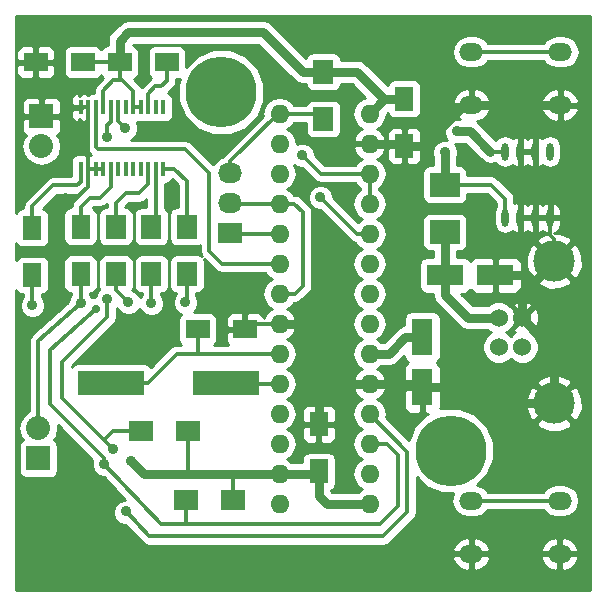
<source format=gbl>
G04 #@! TF.FileFunction,Copper,L2,Bot,Signal*
%FSLAX45Y45*%
G04 Gerber Fmt 4.5, Leading zero omitted, Abs format (unit mm)*
G04 Created by KiCad (PCBNEW (2015-10-12 BZR 6264)-product) date Wed 14 Oct 2015 19:18:34 CEST*
%MOMM*%
G01*
G04 APERTURE LIST*
%ADD10C,0.100000*%
%ADD11R,1.600000X2.000000*%
%ADD12R,2.000000X1.600000*%
%ADD13R,3.149600X1.800860*%
%ADD14R,1.800860X3.149600*%
%ADD15R,0.400000X1.200000*%
%ADD16O,0.609600X1.473200*%
%ADD17R,2.500000X2.000000*%
%ADD18O,1.600000X1.600000*%
%ADD19R,2.032000X2.032000*%
%ADD20O,2.032000X2.032000*%
%ADD21R,2.032000X1.727200*%
%ADD22O,2.032000X1.727200*%
%ADD23R,1.700000X2.000000*%
%ADD24R,2.000000X1.700000*%
%ADD25O,2.000000X1.524000*%
%ADD26R,5.600700X2.100580*%
%ADD27C,5.999480*%
%ADD28C,3.500000*%
%ADD29C,1.524000*%
%ADD30C,0.900000*%
%ADD31C,0.700000*%
%ADD32C,0.800000*%
%ADD33C,0.300000*%
%ADD34C,0.254000*%
G04 APERTURE END LIST*
D10*
D11*
X615240Y-2254800D03*
X615240Y-1854800D03*
X207600Y-2264000D03*
X207600Y-1864000D03*
D12*
X1347400Y-463800D03*
X947400Y-463800D03*
X636200Y-463800D03*
X236200Y-463800D03*
X1607800Y-2724400D03*
X2007800Y-2724400D03*
D11*
X2633300Y-3927700D03*
X2633300Y-3527700D03*
D13*
X4128598Y-2267200D03*
X3703402Y-2267200D03*
D11*
X3357200Y-771800D03*
X3357200Y-1171800D03*
D14*
X3509600Y-3216398D03*
X3509600Y-2791202D03*
D15*
X1314490Y-1364800D03*
X1250990Y-1364800D03*
X1187490Y-1364800D03*
X1123990Y-1364800D03*
X1060490Y-1364800D03*
X996990Y-1364800D03*
X933490Y-1364800D03*
X869990Y-1364800D03*
X806490Y-1364800D03*
X742990Y-1364800D03*
X679490Y-1364800D03*
X615990Y-1364800D03*
X615990Y-844800D03*
X679490Y-844800D03*
X742990Y-844800D03*
X806490Y-844800D03*
X869990Y-844800D03*
X933490Y-844800D03*
X996990Y-844800D03*
X1060490Y-844800D03*
X1123990Y-844800D03*
X1187490Y-844800D03*
X1250990Y-844800D03*
X1314490Y-844800D03*
D16*
X4209500Y-1220600D03*
X4336500Y-1220600D03*
X4463500Y-1220600D03*
X4590500Y-1220600D03*
X4590500Y-1779400D03*
X4463500Y-1779400D03*
X4336500Y-1779400D03*
X4209500Y-1779400D03*
D17*
X3700000Y-1900000D03*
X3700000Y-1500000D03*
D18*
X2300000Y-900000D03*
X2300000Y-1154000D03*
X2300000Y-1408000D03*
X2300000Y-1662000D03*
X2300000Y-1916000D03*
X2300000Y-2170000D03*
X2300000Y-2424000D03*
X2300000Y-2678000D03*
X2300000Y-2932000D03*
X2300000Y-3186000D03*
X2300000Y-3440000D03*
X2300000Y-3694000D03*
X2300000Y-3948000D03*
X2300000Y-4202000D03*
X3062000Y-4202000D03*
X3062000Y-3948000D03*
X3062000Y-3694000D03*
X3062000Y-3440000D03*
X3062000Y-3186000D03*
X3062000Y-2932000D03*
X3062000Y-2678000D03*
X3062000Y-2424000D03*
X3062000Y-2170000D03*
X3062000Y-1916000D03*
X3062000Y-1662000D03*
X3062000Y-1408000D03*
X3062000Y-1154000D03*
X3062000Y-900000D03*
D19*
X258400Y-3816600D03*
D20*
X258400Y-3562600D03*
D19*
X283800Y-921000D03*
D20*
X283800Y-1175000D03*
D21*
X1884000Y-1911600D03*
D22*
X1884000Y-1657600D03*
X1884000Y-1403600D03*
D23*
X1515240Y-1854800D03*
X1515240Y-2254800D03*
X1215240Y-1854800D03*
X1215240Y-2254800D03*
X915240Y-1854800D03*
X915240Y-2254800D03*
X2671400Y-543200D03*
X2671400Y-943200D03*
D24*
X1525200Y-3588000D03*
X1125200Y-3588000D03*
X1906200Y-4172200D03*
X1506200Y-4172200D03*
D25*
X3925000Y-375000D03*
X3925000Y-825000D03*
X4675000Y-825000D03*
X4675000Y-375000D03*
X3922000Y-4175800D03*
X3922000Y-4625800D03*
X4672000Y-4625800D03*
X4672000Y-4175800D03*
D26*
X875874Y-3181600D03*
X1845646Y-3181600D03*
D27*
X3750000Y-3750000D03*
X1807800Y-717800D03*
D28*
X4627200Y-2147800D03*
D29*
X4356200Y-2624800D03*
X4156200Y-2624800D03*
X4156200Y-2874800D03*
X4356200Y-2874800D03*
D28*
X4627200Y-3351800D03*
D30*
X410800Y-2521200D03*
X615240Y-2504800D03*
X207600Y-2521200D03*
X3801700Y-1048000D03*
X1045800Y-3842000D03*
X3700100Y-1225800D03*
X842600Y-1098800D03*
D31*
X750000Y-2550000D03*
D30*
X817200Y-3867400D03*
X995000Y-1022600D03*
X842600Y-2470400D03*
X893400Y-3740400D03*
X1000000Y-4265000D03*
X2646000Y-1606800D03*
X1215240Y-2504800D03*
X1503000Y-2495800D03*
X2493600Y-1251200D03*
X1020400Y-2495800D03*
D32*
X4627200Y-3351800D02*
X4213200Y-3351800D01*
X4077798Y-3216398D02*
X3509600Y-3216398D01*
X4213200Y-3351800D02*
X4077798Y-3216398D01*
X3062000Y-3186000D02*
X3479202Y-3186000D01*
X3479202Y-3186000D02*
X3509600Y-3216398D01*
X4128598Y-2267200D02*
X4398600Y-2267200D01*
X4398600Y-2267200D02*
X4453200Y-2321800D01*
D33*
X679490Y-1364800D02*
X679490Y-1515910D01*
D32*
X410800Y-1683000D02*
X410800Y-2521200D01*
X487000Y-1606800D02*
X410800Y-1683000D01*
D33*
X588600Y-1606800D02*
X487000Y-1606800D01*
X679490Y-1515910D02*
X588600Y-1606800D01*
X283800Y-921000D02*
X283800Y-717800D01*
X236200Y-670200D02*
X236200Y-463800D01*
X283800Y-717800D02*
X236200Y-670200D01*
X4463500Y-1220600D02*
X4462100Y-1219200D01*
X4336500Y-1220600D02*
X4463500Y-1220600D01*
X4463500Y-1220600D02*
X4463500Y-1779400D01*
X4336500Y-1779400D02*
X4463500Y-1779400D01*
X4463500Y-1779400D02*
X4590500Y-1779400D01*
X3079800Y-1171800D02*
X3062000Y-1154000D01*
X3339400Y-1154000D02*
X3357200Y-1171800D01*
X3339400Y-1154000D02*
X3357200Y-1171800D01*
D32*
X2637700Y-3186000D02*
X2633300Y-3190400D01*
X2633300Y-3190400D02*
X2633300Y-3527700D01*
X3062000Y-3186000D02*
X2637700Y-3186000D01*
X3339400Y-1154000D02*
X3357200Y-1171800D01*
X3062000Y-1154000D02*
X3339400Y-1154000D01*
X3512800Y-1171800D02*
X3357200Y-1171800D01*
X3859600Y-825000D02*
X3512800Y-1171800D01*
X3925000Y-825000D02*
X3859600Y-825000D01*
X4335100Y-825000D02*
X4675000Y-825000D01*
X3925000Y-825000D02*
X4335100Y-825000D01*
D33*
X4335100Y-1060700D02*
X4336500Y-1062100D01*
X4336500Y-1062100D02*
X4336500Y-1220600D01*
D32*
X4335100Y-825000D02*
X4335100Y-1060700D01*
X2637700Y-2754200D02*
X2637700Y-3186000D01*
X2561500Y-2678000D02*
X2637700Y-2754200D01*
X2300000Y-2678000D02*
X2561500Y-2678000D01*
D33*
X2295600Y-2673600D02*
X2300000Y-2678000D01*
X2054200Y-2678000D02*
X2007800Y-2724400D01*
X2300000Y-2678000D02*
X2054200Y-2678000D01*
X436200Y-921000D02*
X512400Y-844800D01*
X512400Y-844800D02*
X615990Y-844800D01*
X283800Y-921000D02*
X436200Y-921000D01*
X679490Y-844800D02*
X679490Y-1364800D01*
X615990Y-844800D02*
X679490Y-844800D01*
X742990Y-1364800D02*
X806490Y-1364800D01*
X679490Y-1364800D02*
X742990Y-1364800D01*
X4672000Y-4625800D02*
X3922000Y-4625800D01*
D32*
X4356200Y-2418800D02*
X4453200Y-2321800D01*
X4453200Y-2321800D02*
X4627200Y-2147800D01*
X4356200Y-2624800D02*
X4356200Y-2418800D01*
X4627200Y-2895800D02*
X4356200Y-2624800D01*
X4627200Y-3351800D02*
X4627200Y-2895800D01*
X4627200Y-2147800D02*
X4627200Y-2140200D01*
D33*
X4590500Y-1925700D02*
X4627200Y-1962400D01*
X4627200Y-1962400D02*
X4627200Y-2147800D01*
X4590500Y-1779400D02*
X4590500Y-1925700D01*
X258400Y-3562600D02*
X258400Y-2826000D01*
X615240Y-2504800D02*
X615240Y-2504800D01*
X258400Y-2826000D02*
X615240Y-2504800D01*
X615240Y-2254800D02*
X615240Y-2504800D01*
X207600Y-2264000D02*
X207600Y-2521200D01*
X615240Y-1687100D02*
X691640Y-1610700D01*
X691640Y-1610700D02*
X780540Y-1610700D01*
X780540Y-1610700D02*
X869990Y-1521250D01*
X869990Y-1521250D02*
X869990Y-1364800D01*
X615240Y-1854800D02*
X615240Y-1687100D01*
X615990Y-1364800D02*
X615990Y-1477810D01*
X207600Y-1683000D02*
X207600Y-1864000D01*
X385400Y-1505200D02*
X207600Y-1683000D01*
X588600Y-1505200D02*
X385400Y-1505200D01*
X615990Y-1477810D02*
X588600Y-1505200D01*
D32*
X947400Y-463800D02*
X947400Y-282800D01*
X2496800Y-543200D02*
X2671400Y-543200D01*
X2163400Y-209800D02*
X2496800Y-543200D01*
X1020400Y-209800D02*
X2163400Y-209800D01*
X947400Y-282800D02*
X1020400Y-209800D01*
X2671400Y-543200D02*
X2954000Y-543200D01*
X2954000Y-543200D02*
X3186400Y-775600D01*
D33*
X1525200Y-3588000D02*
X1525200Y-3948000D01*
X1528400Y-3943600D02*
X1528400Y-3948000D01*
X1528400Y-3944800D02*
X1528400Y-3943600D01*
X1525200Y-3948000D02*
X1528400Y-3944800D01*
X1906200Y-4172200D02*
X1906200Y-3948000D01*
X1909400Y-3943600D02*
X1909400Y-3948000D01*
X1909400Y-3944800D02*
X1909400Y-3943600D01*
X1906200Y-3948000D02*
X1909400Y-3944800D01*
X947400Y-463800D02*
X947400Y-616200D01*
X947400Y-616200D02*
X944200Y-616200D01*
X806490Y-844800D02*
X806490Y-703110D01*
X806490Y-703110D02*
X893400Y-616200D01*
X893400Y-616200D02*
X944200Y-616200D01*
X944200Y-616200D02*
X969600Y-616200D01*
X1060490Y-707090D02*
X1060490Y-844800D01*
X969600Y-616200D02*
X1060490Y-707090D01*
X636200Y-463800D02*
X947400Y-463800D01*
X947400Y-463800D02*
X969600Y-486000D01*
D32*
X2613000Y-3948000D02*
X2633300Y-3927700D01*
X2300000Y-3948000D02*
X2613000Y-3948000D01*
X2633300Y-4134100D02*
X2633300Y-3927700D01*
X2701200Y-4202000D02*
X2633300Y-4134100D01*
X3062000Y-4202000D02*
X2701200Y-4202000D01*
X3190200Y-771800D02*
X3186400Y-775600D01*
X3186400Y-775600D02*
X3062000Y-900000D01*
X3357200Y-771800D02*
X3190200Y-771800D01*
X4086300Y-1220600D02*
X3913700Y-1048000D01*
X3913700Y-1048000D02*
X3801700Y-1048000D01*
D33*
X4209500Y-1220600D02*
X4086300Y-1220600D01*
X1060490Y-844800D02*
X1123990Y-844800D01*
D32*
X1151800Y-3948000D02*
X1045800Y-3842000D01*
X2300000Y-3948000D02*
X1909400Y-3948000D01*
X1909400Y-3948000D02*
X1528400Y-3948000D01*
X1528400Y-3948000D02*
X1151800Y-3948000D01*
D33*
X1187490Y-844800D02*
X1187490Y-728510D01*
X1347400Y-619400D02*
X1347400Y-463800D01*
X1299800Y-667000D02*
X1347400Y-619400D01*
X1249000Y-667000D02*
X1299800Y-667000D01*
X1187490Y-728510D02*
X1249000Y-667000D01*
X1182960Y-3181600D02*
X1432560Y-2932000D01*
X1624920Y-2932000D02*
X2300000Y-2932000D01*
X1615440Y-2932000D02*
X1624920Y-2932000D01*
X1432560Y-2932000D02*
X1615440Y-2932000D01*
X875874Y-3181600D02*
X1182960Y-3181600D01*
X1607800Y-2924360D02*
X1615440Y-2932000D01*
X1607800Y-2724400D02*
X1607800Y-2924360D01*
X2300000Y-3186000D02*
X1850046Y-3186000D01*
X1850046Y-3186000D02*
X1845646Y-3181600D01*
X1653520Y-3216480D02*
X1652840Y-3217160D01*
X1652840Y-3217160D02*
X1645240Y-3217160D01*
X1645240Y-3217160D02*
X1645240Y-3216480D01*
D32*
X4156200Y-2624800D02*
X3892600Y-2624800D01*
X3703402Y-2435602D02*
X3703402Y-2267200D01*
X3892600Y-2624800D02*
X3703402Y-2435602D01*
X3700000Y-1900000D02*
X3700000Y-2263798D01*
X3700000Y-2263798D02*
X3703402Y-2267200D01*
D33*
X4209500Y-1779400D02*
X4209500Y-1620900D01*
X4088600Y-1500000D02*
X3700000Y-1500000D01*
X4209500Y-1620900D02*
X4088600Y-1500000D01*
D32*
X3700100Y-1225800D02*
X3700000Y-1225900D01*
X3700000Y-1225900D02*
X3700000Y-1500000D01*
X3062000Y-2932000D02*
X3225800Y-2932000D01*
X3366598Y-2791202D02*
X3509600Y-2791202D01*
X3225800Y-2932000D02*
X3366598Y-2791202D01*
D33*
X742990Y-844800D02*
X742990Y-1176990D01*
X1812200Y-2170000D02*
X2300000Y-2170000D01*
X1706200Y-2064000D02*
X1812200Y-2170000D01*
X1706200Y-1403600D02*
X1706200Y-2064000D01*
X1503000Y-1200400D02*
X1706200Y-1403600D01*
X766400Y-1200400D02*
X1503000Y-1200400D01*
X742990Y-1176990D02*
X766400Y-1200400D01*
X1506200Y-4172200D02*
X1506200Y-4375400D01*
X1506200Y-4375400D02*
X1503000Y-4375400D01*
X842600Y-1098800D02*
X842600Y-997200D01*
X869990Y-969810D02*
X869990Y-844800D01*
X842600Y-997200D02*
X869990Y-969810D01*
X817200Y-3816600D02*
X817200Y-3867400D01*
X750000Y-2550000D02*
X360000Y-2902200D01*
X360000Y-2902200D02*
X360000Y-3359400D01*
X360000Y-3359400D02*
X817200Y-3816600D01*
X3062000Y-3694000D02*
X3209200Y-3694000D01*
X1299800Y-4375400D02*
X817200Y-3867400D01*
X3154000Y-4375400D02*
X1503000Y-4375400D01*
X1503000Y-4375400D02*
X1299800Y-4375400D01*
X3306400Y-4223000D02*
X3154000Y-4375400D01*
X3306400Y-3791200D02*
X3306400Y-4223000D01*
X3209200Y-3694000D02*
X3306400Y-3791200D01*
X817200Y-3664200D02*
X893400Y-3588000D01*
X893400Y-3588000D02*
X1125200Y-3588000D01*
X842600Y-2470400D02*
X842600Y-2622800D01*
X842600Y-2622800D02*
X461600Y-3003800D01*
X461600Y-3003800D02*
X461600Y-3308600D01*
X461600Y-3308600D02*
X817200Y-3664200D01*
X817200Y-3664200D02*
X893400Y-3740400D01*
X933490Y-844800D02*
X933490Y-961090D01*
X933490Y-961090D02*
X995000Y-1022600D01*
X3382600Y-3760600D02*
X3062000Y-3440000D01*
X3382600Y-4273800D02*
X3382600Y-3760600D01*
X3179400Y-4477000D02*
X3382600Y-4273800D01*
X1198200Y-4477000D02*
X3179400Y-4477000D01*
X1000000Y-4265000D02*
X1198200Y-4477000D01*
X1410940Y-1364800D02*
X1515240Y-1469100D01*
X1515240Y-1469100D02*
X1515240Y-1854800D01*
X1314490Y-1364800D02*
X1410940Y-1364800D01*
X1250990Y-1819050D02*
X1215240Y-1854800D01*
X1250990Y-1364800D02*
X1250990Y-1819050D01*
X1187490Y-1495850D02*
X1110740Y-1572600D01*
X1110740Y-1572600D02*
X996440Y-1572600D01*
X996440Y-1572600D02*
X915240Y-1653800D01*
X915240Y-1653800D02*
X915240Y-1854800D01*
X1187490Y-1364800D02*
X1187490Y-1495850D01*
X2300000Y-900000D02*
X2286000Y-900000D01*
X2286000Y-900000D02*
X1884000Y-1302000D01*
X1884000Y-1302000D02*
X1884000Y-1403600D01*
X2300000Y-900000D02*
X2628200Y-900000D01*
X2628200Y-900000D02*
X2671400Y-943200D01*
X2306300Y-893700D02*
X2300000Y-900000D01*
X1888400Y-1916000D02*
X1884000Y-1911600D01*
X2300000Y-1916000D02*
X1888400Y-1916000D01*
X3922000Y-4175800D02*
X4672000Y-4175800D01*
X4675000Y-375000D02*
X3925000Y-375000D01*
X2646000Y-1606800D02*
X2955200Y-1916000D01*
X2955200Y-1916000D02*
X3062000Y-1916000D01*
X1888400Y-1662000D02*
X1884000Y-1657600D01*
X2300000Y-1662000D02*
X1888400Y-1662000D01*
X1215240Y-2504800D02*
X1215240Y-2254800D01*
X2428240Y-2424000D02*
X2300000Y-2424000D01*
X2498680Y-2353560D02*
X2428240Y-2424000D01*
X2498680Y-1733800D02*
X2498680Y-2353560D01*
X2426880Y-1662000D02*
X2498680Y-1733800D01*
X2300000Y-1662000D02*
X2426880Y-1662000D01*
X1515240Y-2483560D02*
X1515240Y-2254800D01*
X1503000Y-2495800D02*
X1515240Y-2483560D01*
X3062000Y-1408000D02*
X2650400Y-1408000D01*
X2650400Y-1408000D02*
X2493600Y-1251200D01*
X915240Y-2254800D02*
X915240Y-2390640D01*
X915240Y-2390640D02*
X1020400Y-2495800D01*
X3062000Y-1408000D02*
X3062000Y-1662000D01*
D34*
G36*
X4931500Y-4931500D02*
X68500Y-4931500D01*
X68500Y-4660107D01*
X3762778Y-4660107D01*
X3764462Y-4669323D01*
X3791298Y-4717189D01*
X3834409Y-4751142D01*
X3887231Y-4766013D01*
X3909300Y-4750128D01*
X3909300Y-4638500D01*
X3934700Y-4638500D01*
X3934700Y-4750128D01*
X3956769Y-4766013D01*
X4009591Y-4751142D01*
X4052702Y-4717189D01*
X4079538Y-4669323D01*
X4081222Y-4660107D01*
X4512778Y-4660107D01*
X4514462Y-4669323D01*
X4541298Y-4717189D01*
X4584409Y-4751142D01*
X4637231Y-4766013D01*
X4659300Y-4750128D01*
X4659300Y-4638500D01*
X4684700Y-4638500D01*
X4684700Y-4750128D01*
X4706769Y-4766013D01*
X4759591Y-4751142D01*
X4802702Y-4717189D01*
X4829538Y-4669323D01*
X4831222Y-4660107D01*
X4818972Y-4638500D01*
X4684700Y-4638500D01*
X4659300Y-4638500D01*
X4525028Y-4638500D01*
X4512778Y-4660107D01*
X4081222Y-4660107D01*
X4068972Y-4638500D01*
X3934700Y-4638500D01*
X3909300Y-4638500D01*
X3775028Y-4638500D01*
X3762778Y-4660107D01*
X68500Y-4660107D01*
X68500Y-4591493D01*
X3762778Y-4591493D01*
X3775028Y-4613100D01*
X3909300Y-4613100D01*
X3909300Y-4501472D01*
X3934700Y-4501472D01*
X3934700Y-4613100D01*
X4068972Y-4613100D01*
X4081222Y-4591493D01*
X4512778Y-4591493D01*
X4525028Y-4613100D01*
X4659300Y-4613100D01*
X4659300Y-4501472D01*
X4684700Y-4501472D01*
X4684700Y-4613100D01*
X4818972Y-4613100D01*
X4831222Y-4591493D01*
X4829538Y-4582277D01*
X4802702Y-4534411D01*
X4759591Y-4500458D01*
X4706769Y-4485587D01*
X4684700Y-4501472D01*
X4659300Y-4501472D01*
X4637231Y-4485587D01*
X4584409Y-4500458D01*
X4541298Y-4534411D01*
X4514462Y-4582277D01*
X4512778Y-4591493D01*
X4081222Y-4591493D01*
X4079538Y-4582277D01*
X4052702Y-4534411D01*
X4009591Y-4500458D01*
X3956769Y-4485587D01*
X3934700Y-4501472D01*
X3909300Y-4501472D01*
X3887231Y-4485587D01*
X3834409Y-4500458D01*
X3791298Y-4534411D01*
X3764462Y-4582277D01*
X3762778Y-4591493D01*
X68500Y-4591493D01*
X68500Y-2389422D01*
X81191Y-2409144D01*
X102411Y-2423643D01*
X127600Y-2428744D01*
X129100Y-2428744D01*
X129100Y-2446255D01*
X115672Y-2459660D01*
X99119Y-2499523D01*
X99081Y-2542687D01*
X115565Y-2582580D01*
X146060Y-2613128D01*
X185923Y-2629681D01*
X229087Y-2629719D01*
X268980Y-2613235D01*
X299528Y-2582741D01*
X316081Y-2542877D01*
X316119Y-2499713D01*
X299635Y-2459820D01*
X286100Y-2446261D01*
X286100Y-2428744D01*
X287600Y-2428744D01*
X311132Y-2424316D01*
X332744Y-2410409D01*
X347243Y-2389189D01*
X352344Y-2364000D01*
X352344Y-2164000D01*
X347916Y-2140468D01*
X334009Y-2118856D01*
X312789Y-2104357D01*
X287600Y-2099256D01*
X127600Y-2099256D01*
X104068Y-2103684D01*
X82456Y-2117591D01*
X68500Y-2138016D01*
X68500Y-1989422D01*
X81191Y-2009144D01*
X102411Y-2023643D01*
X127600Y-2028744D01*
X287600Y-2028744D01*
X311132Y-2024316D01*
X332744Y-2010409D01*
X347243Y-1989189D01*
X352344Y-1964000D01*
X352344Y-1764000D01*
X347916Y-1740468D01*
X334009Y-1718856D01*
X312789Y-1704357D01*
X299874Y-1701742D01*
X417916Y-1583700D01*
X588600Y-1583700D01*
X612348Y-1578976D01*
X559732Y-1631592D01*
X542716Y-1657059D01*
X540472Y-1668340D01*
X536740Y-1687100D01*
X536740Y-1690056D01*
X535240Y-1690056D01*
X511708Y-1694484D01*
X490096Y-1708391D01*
X475597Y-1729611D01*
X470496Y-1754800D01*
X470496Y-1954800D01*
X474924Y-1978332D01*
X488831Y-1999944D01*
X510051Y-2014443D01*
X535240Y-2019544D01*
X695240Y-2019544D01*
X718772Y-2015116D01*
X740384Y-2001209D01*
X754883Y-1979989D01*
X759984Y-1954800D01*
X759984Y-1754800D01*
X755556Y-1731268D01*
X741649Y-1709656D01*
X720429Y-1695157D01*
X718574Y-1694781D01*
X724156Y-1689200D01*
X780540Y-1689200D01*
X810581Y-1683224D01*
X836048Y-1666208D01*
X836740Y-1665516D01*
X836740Y-1690056D01*
X830240Y-1690056D01*
X806708Y-1694484D01*
X785096Y-1708391D01*
X770597Y-1729611D01*
X765496Y-1754800D01*
X765496Y-1954800D01*
X769924Y-1978332D01*
X783831Y-1999944D01*
X805051Y-2014443D01*
X830240Y-2019544D01*
X1000240Y-2019544D01*
X1023772Y-2015116D01*
X1045384Y-2001209D01*
X1059883Y-1979989D01*
X1064984Y-1954800D01*
X1064984Y-1754800D01*
X1060556Y-1731268D01*
X1046649Y-1709656D01*
X1025429Y-1695157D01*
X1000240Y-1690056D01*
X993740Y-1690056D01*
X993740Y-1686316D01*
X1028956Y-1651100D01*
X1110740Y-1651100D01*
X1140781Y-1645124D01*
X1166248Y-1628108D01*
X1172490Y-1621866D01*
X1172490Y-1690056D01*
X1130240Y-1690056D01*
X1106708Y-1694484D01*
X1085096Y-1708391D01*
X1070597Y-1729611D01*
X1065496Y-1754800D01*
X1065496Y-1954800D01*
X1069924Y-1978332D01*
X1083831Y-1999944D01*
X1105051Y-2014443D01*
X1130240Y-2019544D01*
X1300240Y-2019544D01*
X1323772Y-2015116D01*
X1345384Y-2001209D01*
X1359883Y-1979989D01*
X1364984Y-1954800D01*
X1364984Y-1754800D01*
X1360556Y-1731268D01*
X1346649Y-1709656D01*
X1329490Y-1697932D01*
X1329490Y-1489544D01*
X1334490Y-1489544D01*
X1358022Y-1485116D01*
X1379634Y-1471209D01*
X1390472Y-1455348D01*
X1436740Y-1501616D01*
X1436740Y-1690056D01*
X1430240Y-1690056D01*
X1406708Y-1694484D01*
X1385096Y-1708391D01*
X1370597Y-1729611D01*
X1365496Y-1754800D01*
X1365496Y-1954800D01*
X1369924Y-1978332D01*
X1383831Y-1999944D01*
X1405051Y-2014443D01*
X1430240Y-2019544D01*
X1600240Y-2019544D01*
X1623772Y-2015116D01*
X1627700Y-2012588D01*
X1627700Y-2064000D01*
X1633675Y-2094041D01*
X1641976Y-2106463D01*
X1625429Y-2095157D01*
X1600240Y-2090056D01*
X1430240Y-2090056D01*
X1406708Y-2094484D01*
X1385096Y-2108391D01*
X1370597Y-2129611D01*
X1365496Y-2154800D01*
X1365496Y-2354800D01*
X1369924Y-2378332D01*
X1383831Y-2399944D01*
X1405051Y-2414443D01*
X1426560Y-2418799D01*
X1411072Y-2434260D01*
X1394519Y-2474123D01*
X1394481Y-2517287D01*
X1410965Y-2557180D01*
X1441459Y-2587728D01*
X1464036Y-2597103D01*
X1462656Y-2597991D01*
X1448157Y-2619211D01*
X1443056Y-2644400D01*
X1443056Y-2804400D01*
X1447484Y-2827932D01*
X1461391Y-2849544D01*
X1467181Y-2853500D01*
X1432560Y-2853500D01*
X1402519Y-2859475D01*
X1377052Y-2876492D01*
X1210070Y-3043474D01*
X1202318Y-3031427D01*
X1181098Y-3016928D01*
X1155909Y-3011827D01*
X595839Y-3011827D01*
X572307Y-3016255D01*
X550695Y-3030162D01*
X540100Y-3045668D01*
X540100Y-3036316D01*
X898108Y-2678308D01*
X915124Y-2652841D01*
X921100Y-2622800D01*
X921100Y-2545345D01*
X922781Y-2543667D01*
X928365Y-2557180D01*
X958859Y-2587728D01*
X998723Y-2604281D01*
X1041887Y-2604319D01*
X1081780Y-2587835D01*
X1112328Y-2557341D01*
X1115949Y-2548620D01*
X1123205Y-2566180D01*
X1153700Y-2596728D01*
X1193563Y-2613281D01*
X1236727Y-2613319D01*
X1276620Y-2596835D01*
X1307168Y-2566341D01*
X1323721Y-2526477D01*
X1323759Y-2483313D01*
X1307275Y-2443420D01*
X1293740Y-2429861D01*
X1293740Y-2419544D01*
X1300240Y-2419544D01*
X1323772Y-2415116D01*
X1345384Y-2401209D01*
X1359883Y-2379989D01*
X1364984Y-2354800D01*
X1364984Y-2154800D01*
X1360556Y-2131268D01*
X1346649Y-2109656D01*
X1325429Y-2095157D01*
X1300240Y-2090056D01*
X1130240Y-2090056D01*
X1106708Y-2094484D01*
X1085096Y-2108391D01*
X1070597Y-2129611D01*
X1065496Y-2154800D01*
X1065496Y-2354800D01*
X1069924Y-2378332D01*
X1083831Y-2399944D01*
X1105051Y-2414443D01*
X1130240Y-2419544D01*
X1136740Y-2419544D01*
X1136740Y-2429855D01*
X1123312Y-2443260D01*
X1119691Y-2451980D01*
X1112435Y-2434420D01*
X1081941Y-2403872D01*
X1052046Y-2391459D01*
X1059883Y-2379989D01*
X1064984Y-2354800D01*
X1064984Y-2154800D01*
X1060556Y-2131268D01*
X1046649Y-2109656D01*
X1025429Y-2095157D01*
X1000240Y-2090056D01*
X830240Y-2090056D01*
X806708Y-2094484D01*
X785096Y-2108391D01*
X770597Y-2129611D01*
X765496Y-2154800D01*
X765496Y-2354800D01*
X769924Y-2378332D01*
X774355Y-2385218D01*
X750672Y-2408860D01*
X734371Y-2448116D01*
X709207Y-2448094D01*
X707275Y-2443420D01*
X693740Y-2429861D01*
X693740Y-2419544D01*
X695240Y-2419544D01*
X718772Y-2415116D01*
X740384Y-2401209D01*
X754883Y-2379989D01*
X759984Y-2354800D01*
X759984Y-2154800D01*
X755556Y-2131268D01*
X741649Y-2109656D01*
X720429Y-2095157D01*
X695240Y-2090056D01*
X535240Y-2090056D01*
X511708Y-2094484D01*
X490096Y-2108391D01*
X475597Y-2129611D01*
X470496Y-2154800D01*
X470496Y-2354800D01*
X474924Y-2378332D01*
X488831Y-2399944D01*
X510051Y-2414443D01*
X535240Y-2419544D01*
X536740Y-2419544D01*
X536740Y-2429855D01*
X523312Y-2443260D01*
X506759Y-2483123D01*
X506747Y-2496840D01*
X205882Y-2767655D01*
X204631Y-2769330D01*
X202892Y-2770492D01*
X195507Y-2781545D01*
X187552Y-2792194D01*
X187037Y-2794221D01*
X185875Y-2795959D01*
X183282Y-2808997D01*
X180008Y-2821879D01*
X180308Y-2823949D01*
X179900Y-2826000D01*
X179900Y-3418142D01*
X138422Y-3445857D01*
X102633Y-3499419D01*
X90065Y-3562600D01*
X102633Y-3625781D01*
X125350Y-3659779D01*
X111656Y-3668591D01*
X97157Y-3689811D01*
X92056Y-3715000D01*
X92056Y-3918200D01*
X96484Y-3941732D01*
X110391Y-3963344D01*
X131611Y-3977843D01*
X156800Y-3982944D01*
X360000Y-3982944D01*
X383532Y-3978516D01*
X405144Y-3964609D01*
X419643Y-3943389D01*
X424744Y-3918200D01*
X424744Y-3715000D01*
X420316Y-3691468D01*
X406409Y-3669856D01*
X391516Y-3659680D01*
X414167Y-3625781D01*
X426734Y-3562600D01*
X420415Y-3530831D01*
X716520Y-3826936D01*
X708719Y-3845723D01*
X708681Y-3888887D01*
X725165Y-3928780D01*
X755659Y-3959328D01*
X795523Y-3975881D01*
X811995Y-3975895D01*
X991926Y-4165297D01*
X973513Y-4165281D01*
X933620Y-4181765D01*
X903072Y-4212260D01*
X886519Y-4252123D01*
X886481Y-4295287D01*
X902965Y-4335180D01*
X933459Y-4365728D01*
X973323Y-4382281D01*
X992482Y-4382298D01*
X1142692Y-4532508D01*
X1168159Y-4549525D01*
X1198200Y-4555500D01*
X3179400Y-4555500D01*
X3209441Y-4549525D01*
X3234908Y-4532508D01*
X3438108Y-4329308D01*
X3455124Y-4303841D01*
X3461100Y-4273800D01*
X3461100Y-3975074D01*
X3543840Y-4057959D01*
X3677383Y-4113411D01*
X3771841Y-4113493D01*
X3765931Y-4122339D01*
X3755297Y-4175800D01*
X3765931Y-4229261D01*
X3796214Y-4274583D01*
X3841536Y-4304866D01*
X3894997Y-4315500D01*
X3949003Y-4315500D01*
X4002464Y-4304866D01*
X4047786Y-4274583D01*
X4061339Y-4254300D01*
X4532661Y-4254300D01*
X4546214Y-4274583D01*
X4591536Y-4304866D01*
X4644997Y-4315500D01*
X4699003Y-4315500D01*
X4752464Y-4304866D01*
X4797786Y-4274583D01*
X4828069Y-4229261D01*
X4838703Y-4175800D01*
X4828069Y-4122339D01*
X4797786Y-4077017D01*
X4752464Y-4046734D01*
X4699003Y-4036100D01*
X4644997Y-4036100D01*
X4591536Y-4046734D01*
X4546214Y-4077017D01*
X4532661Y-4097300D01*
X4061339Y-4097300D01*
X4047786Y-4077017D01*
X4002464Y-4046734D01*
X3973081Y-4040889D01*
X4057959Y-3956160D01*
X4113411Y-3822617D01*
X4113537Y-3678018D01*
X4058318Y-3544377D01*
X4035234Y-3521253D01*
X4475708Y-3521253D01*
X4494736Y-3555727D01*
X4582859Y-3590896D01*
X4677732Y-3589664D01*
X4759664Y-3555727D01*
X4778692Y-3521253D01*
X4627200Y-3369760D01*
X4475708Y-3521253D01*
X4035234Y-3521253D01*
X3956160Y-3442041D01*
X3822617Y-3386589D01*
X3678018Y-3386463D01*
X3660094Y-3393869D01*
X3663143Y-3386509D01*
X3663143Y-3307459D01*
X4388104Y-3307459D01*
X4389336Y-3402332D01*
X4423273Y-3484264D01*
X4457747Y-3503292D01*
X4609240Y-3351800D01*
X4645161Y-3351800D01*
X4796653Y-3503292D01*
X4831127Y-3484264D01*
X4866296Y-3396141D01*
X4865064Y-3301268D01*
X4831127Y-3219336D01*
X4796653Y-3200308D01*
X4645161Y-3351800D01*
X4609240Y-3351800D01*
X4457747Y-3200308D01*
X4423273Y-3219336D01*
X4388104Y-3307459D01*
X3663143Y-3307459D01*
X3663143Y-3244973D01*
X3647268Y-3229098D01*
X3522300Y-3229098D01*
X3522300Y-3421503D01*
X3538175Y-3437378D01*
X3554794Y-3437378D01*
X3544377Y-3441682D01*
X3442041Y-3543840D01*
X3393575Y-3660559D01*
X3202455Y-3469440D01*
X3208311Y-3440000D01*
X3197388Y-3385085D01*
X3166281Y-3338530D01*
X3125830Y-3311501D01*
X3147513Y-3301239D01*
X3185104Y-3259742D01*
X3191221Y-3244973D01*
X3356057Y-3244973D01*
X3356057Y-3386509D01*
X3365724Y-3409848D01*
X3383587Y-3427711D01*
X3406926Y-3437378D01*
X3481025Y-3437378D01*
X3496900Y-3421503D01*
X3496900Y-3229098D01*
X3371932Y-3229098D01*
X3356057Y-3244973D01*
X3191221Y-3244973D01*
X3201190Y-3220904D01*
X3188991Y-3198700D01*
X3074700Y-3198700D01*
X3074700Y-3200700D01*
X3049300Y-3200700D01*
X3049300Y-3198700D01*
X2935008Y-3198700D01*
X2922810Y-3220904D01*
X2938896Y-3259742D01*
X2976487Y-3301239D01*
X2998170Y-3311501D01*
X2957719Y-3338530D01*
X2926612Y-3385085D01*
X2915689Y-3440000D01*
X2926612Y-3494915D01*
X2957719Y-3541470D01*
X2995927Y-3567000D01*
X2957719Y-3592530D01*
X2926612Y-3639085D01*
X2915689Y-3694000D01*
X2926612Y-3748915D01*
X2957719Y-3795470D01*
X2995927Y-3821000D01*
X2957719Y-3846530D01*
X2926612Y-3893085D01*
X2915689Y-3948000D01*
X2926612Y-4002915D01*
X2957719Y-4049470D01*
X2995927Y-4075000D01*
X2960757Y-4098500D01*
X2744071Y-4098500D01*
X2736800Y-4091229D01*
X2736800Y-4088022D01*
X2736832Y-4088016D01*
X2758444Y-4074109D01*
X2772943Y-4052889D01*
X2778044Y-4027700D01*
X2778044Y-3827700D01*
X2773616Y-3804168D01*
X2759709Y-3782556D01*
X2738489Y-3768057D01*
X2713300Y-3762956D01*
X2553300Y-3762956D01*
X2529768Y-3767384D01*
X2508156Y-3781291D01*
X2493657Y-3802511D01*
X2488556Y-3827700D01*
X2488556Y-3844500D01*
X2401243Y-3844500D01*
X2366073Y-3821000D01*
X2404281Y-3795470D01*
X2435388Y-3748915D01*
X2446311Y-3694000D01*
X2435388Y-3639085D01*
X2404281Y-3592530D01*
X2366073Y-3567000D01*
X2382124Y-3556275D01*
X2489800Y-3556275D01*
X2489800Y-3640331D01*
X2499467Y-3663670D01*
X2517330Y-3681533D01*
X2540669Y-3691200D01*
X2604725Y-3691200D01*
X2620600Y-3675325D01*
X2620600Y-3540400D01*
X2646000Y-3540400D01*
X2646000Y-3675325D01*
X2661875Y-3691200D01*
X2725931Y-3691200D01*
X2749270Y-3681533D01*
X2767133Y-3663670D01*
X2776800Y-3640331D01*
X2776800Y-3556275D01*
X2760925Y-3540400D01*
X2646000Y-3540400D01*
X2620600Y-3540400D01*
X2505675Y-3540400D01*
X2489800Y-3556275D01*
X2382124Y-3556275D01*
X2404281Y-3541470D01*
X2435388Y-3494915D01*
X2446311Y-3440000D01*
X2441352Y-3415069D01*
X2489800Y-3415069D01*
X2489800Y-3499125D01*
X2505675Y-3515000D01*
X2620600Y-3515000D01*
X2620600Y-3380075D01*
X2646000Y-3380075D01*
X2646000Y-3515000D01*
X2760925Y-3515000D01*
X2776800Y-3499125D01*
X2776800Y-3415069D01*
X2767133Y-3391730D01*
X2749270Y-3373867D01*
X2725931Y-3364200D01*
X2661875Y-3364200D01*
X2646000Y-3380075D01*
X2620600Y-3380075D01*
X2604725Y-3364200D01*
X2540669Y-3364200D01*
X2517330Y-3373867D01*
X2499467Y-3391730D01*
X2489800Y-3415069D01*
X2441352Y-3415069D01*
X2435388Y-3385085D01*
X2404281Y-3338530D01*
X2366073Y-3313000D01*
X2404281Y-3287470D01*
X2435388Y-3240915D01*
X2446311Y-3186000D01*
X2435388Y-3131085D01*
X2404281Y-3084530D01*
X2366073Y-3059000D01*
X2404281Y-3033470D01*
X2435388Y-2986915D01*
X2446311Y-2932000D01*
X2435388Y-2877085D01*
X2404281Y-2830530D01*
X2363830Y-2803501D01*
X2385513Y-2793239D01*
X2423104Y-2751742D01*
X2439190Y-2712904D01*
X2426992Y-2690700D01*
X2312700Y-2690700D01*
X2312700Y-2692700D01*
X2287300Y-2692700D01*
X2287300Y-2690700D01*
X2285300Y-2690700D01*
X2285300Y-2665300D01*
X2287300Y-2665300D01*
X2287300Y-2663300D01*
X2312700Y-2663300D01*
X2312700Y-2665300D01*
X2426992Y-2665300D01*
X2439190Y-2643096D01*
X2423104Y-2604258D01*
X2385513Y-2562761D01*
X2363830Y-2552499D01*
X2404281Y-2525470D01*
X2419629Y-2502500D01*
X2428240Y-2502500D01*
X2458281Y-2496525D01*
X2483748Y-2479508D01*
X2554188Y-2409068D01*
X2571205Y-2383601D01*
X2577180Y-2353560D01*
X2577180Y-1733800D01*
X2576676Y-1731268D01*
X2571205Y-1703759D01*
X2554188Y-1678292D01*
X2482388Y-1606492D01*
X2456921Y-1589475D01*
X2426880Y-1583500D01*
X2419629Y-1583500D01*
X2404281Y-1560530D01*
X2366073Y-1535000D01*
X2404281Y-1509470D01*
X2435388Y-1462915D01*
X2446311Y-1408000D01*
X2435388Y-1353085D01*
X2422006Y-1333057D01*
X2432060Y-1343128D01*
X2471923Y-1359681D01*
X2491082Y-1359698D01*
X2594892Y-1463508D01*
X2620359Y-1480524D01*
X2650400Y-1486500D01*
X2942371Y-1486500D01*
X2957719Y-1509470D01*
X2983500Y-1526696D01*
X2983500Y-1543304D01*
X2957719Y-1560530D01*
X2926612Y-1607085D01*
X2915689Y-1662000D01*
X2926612Y-1716915D01*
X2957719Y-1763470D01*
X2995927Y-1789000D01*
X2961931Y-1811715D01*
X2754502Y-1604286D01*
X2754519Y-1585313D01*
X2738035Y-1545420D01*
X2707541Y-1514872D01*
X2667677Y-1498319D01*
X2624513Y-1498281D01*
X2584620Y-1514765D01*
X2554072Y-1545259D01*
X2537519Y-1585123D01*
X2537481Y-1628287D01*
X2553965Y-1668180D01*
X2584460Y-1698728D01*
X2624323Y-1715281D01*
X2643482Y-1715298D01*
X2899692Y-1971508D01*
X2925159Y-1988524D01*
X2940404Y-1991557D01*
X2957719Y-2017470D01*
X2995927Y-2043000D01*
X2957719Y-2068530D01*
X2926612Y-2115085D01*
X2915689Y-2170000D01*
X2926612Y-2224915D01*
X2957719Y-2271470D01*
X2995927Y-2297000D01*
X2957719Y-2322530D01*
X2926612Y-2369085D01*
X2915689Y-2424000D01*
X2926612Y-2478915D01*
X2957719Y-2525470D01*
X2995927Y-2551000D01*
X2957719Y-2576530D01*
X2926612Y-2623085D01*
X2915689Y-2678000D01*
X2926612Y-2732915D01*
X2957719Y-2779470D01*
X2995927Y-2805000D01*
X2957719Y-2830530D01*
X2926612Y-2877085D01*
X2915689Y-2932000D01*
X2926612Y-2986915D01*
X2957719Y-3033470D01*
X2998170Y-3060499D01*
X2976487Y-3070761D01*
X2938896Y-3112258D01*
X2922810Y-3151096D01*
X2935008Y-3173300D01*
X3049300Y-3173300D01*
X3049300Y-3171300D01*
X3074700Y-3171300D01*
X3074700Y-3173300D01*
X3188991Y-3173300D01*
X3201190Y-3151096D01*
X3185104Y-3112258D01*
X3147513Y-3070761D01*
X3125830Y-3060499D01*
X3163243Y-3035500D01*
X3225799Y-3035500D01*
X3225800Y-3035500D01*
X3265408Y-3027621D01*
X3298986Y-3005186D01*
X3354920Y-2949251D01*
X3359241Y-2972214D01*
X3373148Y-2993826D01*
X3387347Y-3003528D01*
X3383587Y-3005085D01*
X3365724Y-3022948D01*
X3356057Y-3046287D01*
X3356057Y-3187823D01*
X3371932Y-3203698D01*
X3496900Y-3203698D01*
X3496900Y-3201698D01*
X3522300Y-3201698D01*
X3522300Y-3203698D01*
X3647268Y-3203698D01*
X3663143Y-3187823D01*
X3663143Y-3182347D01*
X4475708Y-3182347D01*
X4627200Y-3333839D01*
X4778692Y-3182347D01*
X4759664Y-3147873D01*
X4671541Y-3112704D01*
X4576668Y-3113936D01*
X4494736Y-3147873D01*
X4475708Y-3182347D01*
X3663143Y-3182347D01*
X3663143Y-3046287D01*
X3653476Y-3022948D01*
X3635613Y-3005085D01*
X3631745Y-3003483D01*
X3644787Y-2995091D01*
X3659286Y-2973871D01*
X3664387Y-2948682D01*
X3664387Y-2633722D01*
X3659959Y-2610190D01*
X3646052Y-2588578D01*
X3624832Y-2574079D01*
X3599643Y-2568978D01*
X3419557Y-2568978D01*
X3396025Y-2573406D01*
X3374413Y-2587313D01*
X3359914Y-2608533D01*
X3354813Y-2633722D01*
X3354813Y-2690046D01*
X3326990Y-2695581D01*
X3318430Y-2701300D01*
X3293412Y-2718016D01*
X3293412Y-2718017D01*
X3182929Y-2828500D01*
X3163243Y-2828500D01*
X3128072Y-2805000D01*
X3166281Y-2779470D01*
X3197388Y-2732915D01*
X3208311Y-2678000D01*
X3197388Y-2623085D01*
X3166281Y-2576530D01*
X3128072Y-2551000D01*
X3166281Y-2525470D01*
X3197388Y-2478915D01*
X3208311Y-2424000D01*
X3197388Y-2369085D01*
X3166281Y-2322530D01*
X3128072Y-2297000D01*
X3166281Y-2271470D01*
X3197388Y-2224915D01*
X3206888Y-2177157D01*
X3481178Y-2177157D01*
X3481178Y-2357243D01*
X3485606Y-2380775D01*
X3499513Y-2402387D01*
X3520733Y-2416886D01*
X3545922Y-2421987D01*
X3599902Y-2421987D01*
X3599902Y-2435602D01*
X3599902Y-2435602D01*
X3607780Y-2475210D01*
X3630216Y-2508788D01*
X3819414Y-2697985D01*
X3819414Y-2697986D01*
X3852992Y-2720422D01*
X3892600Y-2728300D01*
X3892600Y-2728300D01*
X4062126Y-2728300D01*
X4076963Y-2743163D01*
X4092923Y-2749790D01*
X4077170Y-2756299D01*
X4037837Y-2795563D01*
X4016524Y-2846890D01*
X4016476Y-2902466D01*
X4037699Y-2953830D01*
X4076963Y-2993163D01*
X4128290Y-3014476D01*
X4183866Y-3014524D01*
X4235230Y-2993301D01*
X4256202Y-2972366D01*
X4276963Y-2993163D01*
X4328290Y-3014476D01*
X4383866Y-3014524D01*
X4435230Y-2993301D01*
X4474563Y-2954037D01*
X4495876Y-2902710D01*
X4495924Y-2847134D01*
X4474701Y-2795770D01*
X4435437Y-2756437D01*
X4421050Y-2750463D01*
X4429314Y-2747040D01*
X4436261Y-2722821D01*
X4356200Y-2642761D01*
X4276139Y-2722821D01*
X4283086Y-2747040D01*
X4291937Y-2750197D01*
X4277170Y-2756299D01*
X4256198Y-2777234D01*
X4235437Y-2756437D01*
X4219477Y-2749810D01*
X4235230Y-2743301D01*
X4274563Y-2704037D01*
X4285612Y-2677427D01*
X4338240Y-2624800D01*
X4374161Y-2624800D01*
X4454221Y-2704861D01*
X4478440Y-2697914D01*
X4497114Y-2645570D01*
X4494336Y-2590063D01*
X4478440Y-2551686D01*
X4454221Y-2544739D01*
X4374161Y-2624800D01*
X4338240Y-2624800D01*
X4285609Y-2572170D01*
X4274701Y-2545770D01*
X4255743Y-2526779D01*
X4276139Y-2526779D01*
X4356200Y-2606840D01*
X4436261Y-2526779D01*
X4429314Y-2502560D01*
X4376970Y-2483886D01*
X4321463Y-2486664D01*
X4283086Y-2502560D01*
X4276139Y-2526779D01*
X4255743Y-2526779D01*
X4235437Y-2506437D01*
X4184110Y-2485124D01*
X4128534Y-2485076D01*
X4077170Y-2506299D01*
X4062142Y-2521300D01*
X3935471Y-2521300D01*
X3836158Y-2421987D01*
X3860882Y-2421987D01*
X3884414Y-2417559D01*
X3906026Y-2403652D01*
X3915728Y-2389453D01*
X3917285Y-2393213D01*
X3935148Y-2411076D01*
X3958487Y-2420743D01*
X4100023Y-2420743D01*
X4115898Y-2404868D01*
X4115898Y-2279900D01*
X4141298Y-2279900D01*
X4141298Y-2404868D01*
X4157173Y-2420743D01*
X4298709Y-2420743D01*
X4322048Y-2411076D01*
X4339911Y-2393213D01*
X4349578Y-2369874D01*
X4349578Y-2317253D01*
X4475708Y-2317253D01*
X4494736Y-2351727D01*
X4582859Y-2386896D01*
X4677732Y-2385664D01*
X4759664Y-2351727D01*
X4778692Y-2317253D01*
X4627200Y-2165761D01*
X4475708Y-2317253D01*
X4349578Y-2317253D01*
X4349578Y-2295775D01*
X4333703Y-2279900D01*
X4141298Y-2279900D01*
X4115898Y-2279900D01*
X4113898Y-2279900D01*
X4113898Y-2254500D01*
X4115898Y-2254500D01*
X4115898Y-2129532D01*
X4141298Y-2129532D01*
X4141298Y-2254500D01*
X4333703Y-2254500D01*
X4349578Y-2238625D01*
X4349578Y-2164526D01*
X4339911Y-2141187D01*
X4322048Y-2123324D01*
X4298709Y-2113657D01*
X4157173Y-2113657D01*
X4141298Y-2129532D01*
X4115898Y-2129532D01*
X4100023Y-2113657D01*
X3958487Y-2113657D01*
X3935148Y-2123324D01*
X3917285Y-2141187D01*
X3915683Y-2145055D01*
X3907291Y-2132013D01*
X3886071Y-2117514D01*
X3860882Y-2112413D01*
X3803500Y-2112413D01*
X3803500Y-2103459D01*
X4388104Y-2103459D01*
X4389336Y-2198332D01*
X4423273Y-2280264D01*
X4457747Y-2299292D01*
X4609240Y-2147800D01*
X4645161Y-2147800D01*
X4796653Y-2299292D01*
X4831127Y-2280264D01*
X4866296Y-2192141D01*
X4865064Y-2097268D01*
X4831127Y-2015336D01*
X4796653Y-1996308D01*
X4645161Y-2147800D01*
X4609240Y-2147800D01*
X4457747Y-1996308D01*
X4423273Y-2015336D01*
X4388104Y-2103459D01*
X3803500Y-2103459D01*
X3803500Y-2064744D01*
X3825000Y-2064744D01*
X3848532Y-2060316D01*
X3870144Y-2046409D01*
X3884643Y-2025189D01*
X3889744Y-2000000D01*
X3889744Y-1978347D01*
X4475708Y-1978347D01*
X4627200Y-2129840D01*
X4778692Y-1978347D01*
X4759664Y-1943873D01*
X4671541Y-1908704D01*
X4624389Y-1909316D01*
X4647974Y-1898014D01*
X4672466Y-1870278D01*
X4684480Y-1835280D01*
X4684480Y-1792100D01*
X4603200Y-1792100D01*
X4603200Y-1794100D01*
X4577800Y-1794100D01*
X4577800Y-1792100D01*
X4476200Y-1792100D01*
X4476200Y-1899646D01*
X4490611Y-1912565D01*
X4520974Y-1898014D01*
X4527000Y-1891190D01*
X4533026Y-1898014D01*
X4563390Y-1912565D01*
X4577800Y-1899646D01*
X4577800Y-1909921D01*
X4576668Y-1909936D01*
X4494736Y-1943873D01*
X4475708Y-1978347D01*
X3889744Y-1978347D01*
X3889744Y-1800000D01*
X3885316Y-1776468D01*
X3871409Y-1754856D01*
X3850189Y-1740357D01*
X3825000Y-1735256D01*
X3575000Y-1735256D01*
X3551468Y-1739684D01*
X3529856Y-1753591D01*
X3515357Y-1774811D01*
X3510256Y-1800000D01*
X3510256Y-2000000D01*
X3514684Y-2023532D01*
X3528591Y-2045144D01*
X3549811Y-2059643D01*
X3575000Y-2064744D01*
X3596500Y-2064744D01*
X3596500Y-2112413D01*
X3545922Y-2112413D01*
X3522390Y-2116841D01*
X3500778Y-2130748D01*
X3486279Y-2151968D01*
X3481178Y-2177157D01*
X3206888Y-2177157D01*
X3208311Y-2170000D01*
X3197388Y-2115085D01*
X3166281Y-2068530D01*
X3128072Y-2043000D01*
X3166281Y-2017470D01*
X3197388Y-1970915D01*
X3208311Y-1916000D01*
X3197388Y-1861085D01*
X3166281Y-1814530D01*
X3128072Y-1789000D01*
X3166281Y-1763470D01*
X3197388Y-1716915D01*
X3208311Y-1662000D01*
X3197388Y-1607085D01*
X3166281Y-1560530D01*
X3140500Y-1543304D01*
X3140500Y-1526696D01*
X3166281Y-1509470D01*
X3197388Y-1462915D01*
X3208311Y-1408000D01*
X3206720Y-1400000D01*
X3510256Y-1400000D01*
X3510256Y-1600000D01*
X3514684Y-1623532D01*
X3528591Y-1645144D01*
X3549811Y-1659643D01*
X3575000Y-1664744D01*
X3825000Y-1664744D01*
X3848532Y-1660316D01*
X3870144Y-1646409D01*
X3884643Y-1625189D01*
X3889744Y-1600000D01*
X3889744Y-1578500D01*
X4056084Y-1578500D01*
X4131000Y-1653416D01*
X4131000Y-1685107D01*
X4122674Y-1697568D01*
X4115520Y-1733533D01*
X4115520Y-1825267D01*
X4122674Y-1861232D01*
X4143046Y-1891721D01*
X4173535Y-1912093D01*
X4209500Y-1919247D01*
X4245465Y-1912093D01*
X4274391Y-1892765D01*
X4279026Y-1898014D01*
X4309390Y-1912565D01*
X4323800Y-1899646D01*
X4323800Y-1792100D01*
X4349200Y-1792100D01*
X4349200Y-1899646D01*
X4363611Y-1912565D01*
X4393974Y-1898014D01*
X4400000Y-1891190D01*
X4406026Y-1898014D01*
X4436390Y-1912565D01*
X4450800Y-1899646D01*
X4450800Y-1792100D01*
X4349200Y-1792100D01*
X4323800Y-1792100D01*
X4321800Y-1792100D01*
X4321800Y-1766700D01*
X4323800Y-1766700D01*
X4323800Y-1659154D01*
X4349200Y-1659154D01*
X4349200Y-1766700D01*
X4450800Y-1766700D01*
X4450800Y-1659154D01*
X4476200Y-1659154D01*
X4476200Y-1766700D01*
X4577800Y-1766700D01*
X4577800Y-1659154D01*
X4603200Y-1659154D01*
X4603200Y-1766700D01*
X4684480Y-1766700D01*
X4684480Y-1723520D01*
X4672466Y-1688522D01*
X4647974Y-1660786D01*
X4617611Y-1646235D01*
X4603200Y-1659154D01*
X4577800Y-1659154D01*
X4563390Y-1646235D01*
X4533026Y-1660786D01*
X4527000Y-1667610D01*
X4520974Y-1660786D01*
X4490611Y-1646235D01*
X4476200Y-1659154D01*
X4450800Y-1659154D01*
X4436390Y-1646235D01*
X4406026Y-1660786D01*
X4400000Y-1667610D01*
X4393974Y-1660786D01*
X4363611Y-1646235D01*
X4349200Y-1659154D01*
X4323800Y-1659154D01*
X4309390Y-1646235D01*
X4288000Y-1656485D01*
X4288000Y-1620900D01*
X4284368Y-1602641D01*
X4282025Y-1590859D01*
X4265008Y-1565392D01*
X4144108Y-1444492D01*
X4118641Y-1427475D01*
X4088600Y-1421500D01*
X3889744Y-1421500D01*
X3889744Y-1400000D01*
X3885316Y-1376468D01*
X3871409Y-1354856D01*
X3850189Y-1340357D01*
X3825000Y-1335256D01*
X3803500Y-1335256D01*
X3803500Y-1259713D01*
X3808581Y-1247477D01*
X3808619Y-1204313D01*
X3792135Y-1164420D01*
X3784214Y-1156485D01*
X3823187Y-1156519D01*
X3835334Y-1151500D01*
X3870829Y-1151500D01*
X4013114Y-1293786D01*
X4046692Y-1316222D01*
X4086300Y-1324100D01*
X4125908Y-1316222D01*
X4130042Y-1313459D01*
X4143046Y-1332921D01*
X4173535Y-1353293D01*
X4209500Y-1360447D01*
X4245465Y-1353293D01*
X4274391Y-1333965D01*
X4279026Y-1339214D01*
X4309390Y-1353765D01*
X4323800Y-1340846D01*
X4323800Y-1233300D01*
X4349200Y-1233300D01*
X4349200Y-1340846D01*
X4363611Y-1353765D01*
X4393974Y-1339214D01*
X4400000Y-1332390D01*
X4406026Y-1339214D01*
X4436390Y-1353765D01*
X4450800Y-1340846D01*
X4450800Y-1233300D01*
X4349200Y-1233300D01*
X4323800Y-1233300D01*
X4321800Y-1233300D01*
X4321800Y-1207900D01*
X4323800Y-1207900D01*
X4323800Y-1100354D01*
X4349200Y-1100354D01*
X4349200Y-1207900D01*
X4450800Y-1207900D01*
X4450800Y-1100354D01*
X4476200Y-1100354D01*
X4476200Y-1207900D01*
X4478200Y-1207900D01*
X4478200Y-1233300D01*
X4476200Y-1233300D01*
X4476200Y-1340846D01*
X4490611Y-1353765D01*
X4520974Y-1339214D01*
X4525609Y-1333965D01*
X4554535Y-1353293D01*
X4590500Y-1360447D01*
X4626465Y-1353293D01*
X4656954Y-1332921D01*
X4677326Y-1302432D01*
X4684480Y-1266467D01*
X4684480Y-1174733D01*
X4677326Y-1138768D01*
X4656954Y-1108279D01*
X4626465Y-1087907D01*
X4590500Y-1080753D01*
X4554535Y-1087907D01*
X4525609Y-1107235D01*
X4520974Y-1101986D01*
X4490611Y-1087435D01*
X4476200Y-1100354D01*
X4450800Y-1100354D01*
X4436390Y-1087435D01*
X4406026Y-1101986D01*
X4400000Y-1108810D01*
X4393974Y-1101986D01*
X4363611Y-1087435D01*
X4349200Y-1100354D01*
X4323800Y-1100354D01*
X4309390Y-1087435D01*
X4279026Y-1101986D01*
X4274391Y-1107235D01*
X4245465Y-1087907D01*
X4209500Y-1080753D01*
X4173535Y-1087907D01*
X4143046Y-1108279D01*
X4133955Y-1121884D01*
X3986886Y-974814D01*
X3968737Y-962688D01*
X4012591Y-950342D01*
X4055702Y-916389D01*
X4082538Y-868523D01*
X4084222Y-859307D01*
X4515778Y-859307D01*
X4517462Y-868523D01*
X4544298Y-916389D01*
X4587409Y-950342D01*
X4640231Y-965213D01*
X4662300Y-949328D01*
X4662300Y-837700D01*
X4687700Y-837700D01*
X4687700Y-949328D01*
X4709769Y-965213D01*
X4762591Y-950342D01*
X4805702Y-916389D01*
X4832538Y-868523D01*
X4834222Y-859307D01*
X4821972Y-837700D01*
X4687700Y-837700D01*
X4662300Y-837700D01*
X4528028Y-837700D01*
X4515778Y-859307D01*
X4084222Y-859307D01*
X4071972Y-837700D01*
X3937700Y-837700D01*
X3937700Y-839700D01*
X3912300Y-839700D01*
X3912300Y-837700D01*
X3778028Y-837700D01*
X3765778Y-859307D01*
X3767462Y-868523D01*
X3794298Y-916389D01*
X3823989Y-939773D01*
X3823377Y-939519D01*
X3780213Y-939481D01*
X3740320Y-955965D01*
X3709772Y-986459D01*
X3693219Y-1026323D01*
X3693181Y-1069487D01*
X3709665Y-1109380D01*
X3717586Y-1117315D01*
X3678613Y-1117281D01*
X3638720Y-1133765D01*
X3608172Y-1164260D01*
X3591619Y-1204123D01*
X3591581Y-1247287D01*
X3596500Y-1259192D01*
X3596500Y-1335256D01*
X3575000Y-1335256D01*
X3551468Y-1339684D01*
X3529856Y-1353591D01*
X3515357Y-1374811D01*
X3510256Y-1400000D01*
X3206720Y-1400000D01*
X3197388Y-1353085D01*
X3166281Y-1306530D01*
X3125830Y-1279501D01*
X3147513Y-1269239D01*
X3185104Y-1227742D01*
X3196439Y-1200375D01*
X3213700Y-1200375D01*
X3213700Y-1284431D01*
X3223367Y-1307770D01*
X3241230Y-1325633D01*
X3264569Y-1335300D01*
X3328625Y-1335300D01*
X3344500Y-1319425D01*
X3344500Y-1184500D01*
X3369900Y-1184500D01*
X3369900Y-1319425D01*
X3385775Y-1335300D01*
X3449831Y-1335300D01*
X3473170Y-1325633D01*
X3491033Y-1307770D01*
X3500700Y-1284431D01*
X3500700Y-1200375D01*
X3484825Y-1184500D01*
X3369900Y-1184500D01*
X3344500Y-1184500D01*
X3229575Y-1184500D01*
X3213700Y-1200375D01*
X3196439Y-1200375D01*
X3201190Y-1188904D01*
X3188991Y-1166700D01*
X3074700Y-1166700D01*
X3074700Y-1168700D01*
X3049300Y-1168700D01*
X3049300Y-1166700D01*
X2935008Y-1166700D01*
X2922810Y-1188904D01*
X2938896Y-1227742D01*
X2976487Y-1269239D01*
X2998170Y-1279501D01*
X2957719Y-1306530D01*
X2942371Y-1329500D01*
X2682916Y-1329500D01*
X2602102Y-1248686D01*
X2602119Y-1229713D01*
X2585635Y-1189820D01*
X2555141Y-1159272D01*
X2515277Y-1142719D01*
X2472113Y-1142681D01*
X2446190Y-1153392D01*
X2435388Y-1099085D01*
X2404281Y-1052530D01*
X2366073Y-1027000D01*
X2404281Y-1001470D01*
X2419629Y-978500D01*
X2521656Y-978500D01*
X2521656Y-1043200D01*
X2526084Y-1066732D01*
X2539991Y-1088344D01*
X2561211Y-1102843D01*
X2586400Y-1107944D01*
X2756400Y-1107944D01*
X2779932Y-1103516D01*
X2801544Y-1089609D01*
X2816043Y-1068389D01*
X2821144Y-1043200D01*
X2821144Y-843200D01*
X2816716Y-819668D01*
X2802809Y-798056D01*
X2781589Y-783557D01*
X2756400Y-778456D01*
X2586400Y-778456D01*
X2562868Y-782884D01*
X2541256Y-796791D01*
X2526757Y-818011D01*
X2526050Y-821500D01*
X2419629Y-821500D01*
X2404281Y-798530D01*
X2357726Y-767423D01*
X2302811Y-756500D01*
X2297189Y-756500D01*
X2242274Y-767423D01*
X2195719Y-798530D01*
X2164612Y-845085D01*
X2153689Y-900000D01*
X2157222Y-917762D01*
X1828492Y-1246492D01*
X1817230Y-1263347D01*
X1808177Y-1265147D01*
X1759558Y-1297633D01*
X1740208Y-1326593D01*
X1558508Y-1144892D01*
X1533041Y-1127876D01*
X1503000Y-1121900D01*
X1038798Y-1121900D01*
X1056380Y-1114635D01*
X1086928Y-1084141D01*
X1103481Y-1044277D01*
X1103519Y-1001113D01*
X1089755Y-967801D01*
X1092671Y-967252D01*
X1103990Y-969544D01*
X1143990Y-969544D01*
X1156171Y-967252D01*
X1167490Y-969544D01*
X1207490Y-969544D01*
X1219671Y-967252D01*
X1230990Y-969544D01*
X1270990Y-969544D01*
X1283171Y-967252D01*
X1294490Y-969544D01*
X1334490Y-969544D01*
X1358022Y-965116D01*
X1379634Y-951209D01*
X1394133Y-929989D01*
X1399234Y-904800D01*
X1399234Y-784800D01*
X1394806Y-761268D01*
X1380899Y-739656D01*
X1359679Y-725157D01*
X1353282Y-723861D01*
X1355308Y-722508D01*
X1402908Y-674908D01*
X1419924Y-649441D01*
X1425900Y-619400D01*
X1425900Y-608544D01*
X1447400Y-608544D01*
X1460637Y-606053D01*
X1444389Y-645183D01*
X1444263Y-789782D01*
X1499482Y-923422D01*
X1601640Y-1025759D01*
X1735183Y-1081211D01*
X1879782Y-1081337D01*
X2013422Y-1026118D01*
X2115759Y-923960D01*
X2171211Y-790417D01*
X2171337Y-645818D01*
X2116118Y-512177D01*
X2013960Y-409841D01*
X1880417Y-354389D01*
X1735818Y-354263D01*
X1602177Y-409482D01*
X1512144Y-499358D01*
X1512144Y-383800D01*
X1507716Y-360268D01*
X1493809Y-338656D01*
X1472589Y-324157D01*
X1447400Y-319056D01*
X1247400Y-319056D01*
X1223868Y-323484D01*
X1202256Y-337391D01*
X1187757Y-358611D01*
X1182656Y-383800D01*
X1182656Y-543800D01*
X1187084Y-567332D01*
X1200991Y-588944D01*
X1213968Y-597811D01*
X1193492Y-611492D01*
X1131982Y-673002D01*
X1131146Y-674253D01*
X1115998Y-651582D01*
X1068912Y-604496D01*
X1070932Y-604116D01*
X1092544Y-590209D01*
X1107043Y-568989D01*
X1112144Y-543800D01*
X1112144Y-383800D01*
X1107716Y-360268D01*
X1093809Y-338656D01*
X1072589Y-324157D01*
X1055812Y-320759D01*
X1063271Y-313300D01*
X2120529Y-313300D01*
X2423614Y-616386D01*
X2457192Y-638822D01*
X2496800Y-646700D01*
X2496801Y-646700D01*
X2522315Y-646700D01*
X2526084Y-666732D01*
X2539991Y-688344D01*
X2561211Y-702843D01*
X2586400Y-707944D01*
X2756400Y-707944D01*
X2779932Y-703516D01*
X2801544Y-689609D01*
X2816043Y-668389D01*
X2820435Y-646700D01*
X2911129Y-646700D01*
X3027277Y-762848D01*
X3004274Y-767423D01*
X2957719Y-798530D01*
X2926612Y-845085D01*
X2915689Y-900000D01*
X2926612Y-954915D01*
X2957719Y-1001470D01*
X2998170Y-1028499D01*
X2976487Y-1038761D01*
X2938896Y-1080258D01*
X2922810Y-1119096D01*
X2935008Y-1141300D01*
X3049300Y-1141300D01*
X3049300Y-1139300D01*
X3074700Y-1139300D01*
X3074700Y-1141300D01*
X3188991Y-1141300D01*
X3201190Y-1119096D01*
X3185104Y-1080258D01*
X3166000Y-1059169D01*
X3213700Y-1059169D01*
X3213700Y-1143225D01*
X3229575Y-1159100D01*
X3344500Y-1159100D01*
X3344500Y-1024175D01*
X3369900Y-1024175D01*
X3369900Y-1159100D01*
X3484825Y-1159100D01*
X3500700Y-1143225D01*
X3500700Y-1059169D01*
X3491033Y-1035830D01*
X3473170Y-1017967D01*
X3449831Y-1008300D01*
X3385775Y-1008300D01*
X3369900Y-1024175D01*
X3344500Y-1024175D01*
X3328625Y-1008300D01*
X3264569Y-1008300D01*
X3241230Y-1017967D01*
X3223367Y-1035830D01*
X3213700Y-1059169D01*
X3166000Y-1059169D01*
X3147513Y-1038761D01*
X3125830Y-1028499D01*
X3166281Y-1001470D01*
X3197388Y-954915D01*
X3208296Y-900075D01*
X3216275Y-892096D01*
X3216884Y-895332D01*
X3230791Y-916944D01*
X3252011Y-931443D01*
X3277200Y-936544D01*
X3437200Y-936544D01*
X3460732Y-932116D01*
X3482344Y-918209D01*
X3496843Y-896989D01*
X3501944Y-871800D01*
X3501944Y-790693D01*
X3765778Y-790693D01*
X3778028Y-812300D01*
X3912300Y-812300D01*
X3912300Y-700672D01*
X3937700Y-700672D01*
X3937700Y-812300D01*
X4071972Y-812300D01*
X4084222Y-790693D01*
X4515778Y-790693D01*
X4528028Y-812300D01*
X4662300Y-812300D01*
X4662300Y-700672D01*
X4687700Y-700672D01*
X4687700Y-812300D01*
X4821972Y-812300D01*
X4834222Y-790693D01*
X4832538Y-781477D01*
X4805702Y-733611D01*
X4762591Y-699658D01*
X4709769Y-684787D01*
X4687700Y-700672D01*
X4662300Y-700672D01*
X4640231Y-684787D01*
X4587409Y-699658D01*
X4544298Y-733611D01*
X4517462Y-781477D01*
X4515778Y-790693D01*
X4084222Y-790693D01*
X4082538Y-781477D01*
X4055702Y-733611D01*
X4012591Y-699658D01*
X3959769Y-684787D01*
X3937700Y-700672D01*
X3912300Y-700672D01*
X3890231Y-684787D01*
X3837409Y-699658D01*
X3794298Y-733611D01*
X3767462Y-781477D01*
X3765778Y-790693D01*
X3501944Y-790693D01*
X3501944Y-671800D01*
X3497516Y-648268D01*
X3483609Y-626656D01*
X3462389Y-612157D01*
X3437200Y-607056D01*
X3277200Y-607056D01*
X3253668Y-611484D01*
X3232056Y-625391D01*
X3217557Y-646611D01*
X3215237Y-658066D01*
X3027186Y-470014D01*
X2993608Y-447578D01*
X2954000Y-439700D01*
X2953999Y-439700D01*
X2820485Y-439700D01*
X2816716Y-419668D01*
X2802809Y-398056D01*
X2781589Y-383557D01*
X2756400Y-378456D01*
X2586400Y-378456D01*
X2562868Y-382884D01*
X2541256Y-396791D01*
X2526757Y-418011D01*
X2525279Y-425308D01*
X2474971Y-375000D01*
X3758297Y-375000D01*
X3768931Y-428461D01*
X3799214Y-473783D01*
X3844536Y-504066D01*
X3897997Y-514700D01*
X3952003Y-514700D01*
X4005464Y-504066D01*
X4050786Y-473783D01*
X4064339Y-453500D01*
X4535661Y-453500D01*
X4549214Y-473783D01*
X4594536Y-504066D01*
X4647997Y-514700D01*
X4702003Y-514700D01*
X4755464Y-504066D01*
X4800786Y-473783D01*
X4831069Y-428461D01*
X4841703Y-375000D01*
X4831069Y-321539D01*
X4800786Y-276217D01*
X4755464Y-245934D01*
X4702003Y-235300D01*
X4647997Y-235300D01*
X4594536Y-245934D01*
X4549214Y-276217D01*
X4535661Y-296500D01*
X4064339Y-296500D01*
X4050786Y-276217D01*
X4005464Y-245934D01*
X3952003Y-235300D01*
X3897997Y-235300D01*
X3844536Y-245934D01*
X3799214Y-276217D01*
X3768931Y-321539D01*
X3758297Y-375000D01*
X2474971Y-375000D01*
X2236586Y-136614D01*
X2203008Y-114178D01*
X2163400Y-106300D01*
X2163400Y-106300D01*
X1020400Y-106300D01*
X1020400Y-106300D01*
X980792Y-114178D01*
X947214Y-136614D01*
X947214Y-136615D01*
X874214Y-209614D01*
X851778Y-243192D01*
X843900Y-282800D01*
X843900Y-282801D01*
X843900Y-319715D01*
X823868Y-323484D01*
X802256Y-337391D01*
X791719Y-352813D01*
X782609Y-338656D01*
X761389Y-324157D01*
X736200Y-319056D01*
X536200Y-319056D01*
X512668Y-323484D01*
X491056Y-337391D01*
X476557Y-358611D01*
X471456Y-383800D01*
X471456Y-543800D01*
X475884Y-567332D01*
X489791Y-588944D01*
X511011Y-603443D01*
X536200Y-608544D01*
X736200Y-608544D01*
X759732Y-604116D01*
X781344Y-590209D01*
X791881Y-574787D01*
X800991Y-588944D01*
X806129Y-592455D01*
X750982Y-647602D01*
X733965Y-673069D01*
X729663Y-694700D01*
X727990Y-703110D01*
X727990Y-720056D01*
X722990Y-720056D01*
X713451Y-721851D01*
X712121Y-721300D01*
X705365Y-721300D01*
X702812Y-723853D01*
X699458Y-724484D01*
X678782Y-737789D01*
X671960Y-730967D01*
X657146Y-724831D01*
X653615Y-721300D01*
X641865Y-721300D01*
X638334Y-724831D01*
X623520Y-730967D01*
X605990Y-748497D01*
X605990Y-737175D01*
X590115Y-721300D01*
X583359Y-721300D01*
X560020Y-730967D01*
X542157Y-748830D01*
X532490Y-772169D01*
X532490Y-816225D01*
X548365Y-832100D01*
X605990Y-832100D01*
X605990Y-826225D01*
X611865Y-832100D01*
X630690Y-832100D01*
X630690Y-857500D01*
X611865Y-857500D01*
X605990Y-863375D01*
X605990Y-857500D01*
X548365Y-857500D01*
X532490Y-873375D01*
X532490Y-917431D01*
X542157Y-940770D01*
X560020Y-958633D01*
X583359Y-968300D01*
X590115Y-968300D01*
X605990Y-952425D01*
X605990Y-941102D01*
X623520Y-958633D01*
X638334Y-964769D01*
X641865Y-968300D01*
X653615Y-968300D01*
X657146Y-964769D01*
X664490Y-961727D01*
X664490Y-1176990D01*
X670466Y-1207031D01*
X687482Y-1232498D01*
X700407Y-1245422D01*
X687020Y-1250967D01*
X679983Y-1258005D01*
X661179Y-1245157D01*
X656531Y-1244216D01*
X653615Y-1241300D01*
X646859Y-1241300D01*
X645307Y-1241943D01*
X635990Y-1240056D01*
X595990Y-1240056D01*
X572458Y-1244484D01*
X550846Y-1258391D01*
X536347Y-1279611D01*
X531246Y-1304800D01*
X531246Y-1424800D01*
X531604Y-1426700D01*
X385400Y-1426700D01*
X355359Y-1432675D01*
X329892Y-1449692D01*
X152092Y-1627492D01*
X135076Y-1652959D01*
X132731Y-1664744D01*
X129100Y-1683000D01*
X129100Y-1699256D01*
X127600Y-1699256D01*
X104068Y-1703684D01*
X82456Y-1717591D01*
X68500Y-1738016D01*
X68500Y-1175000D01*
X115465Y-1175000D01*
X128033Y-1238181D01*
X163822Y-1291743D01*
X217384Y-1327533D01*
X280566Y-1340100D01*
X287035Y-1340100D01*
X350215Y-1327533D01*
X403778Y-1291743D01*
X439567Y-1238181D01*
X452134Y-1175000D01*
X439567Y-1111819D01*
X417103Y-1078200D01*
X421370Y-1076433D01*
X439233Y-1058570D01*
X448900Y-1035231D01*
X448900Y-949575D01*
X433025Y-933700D01*
X296500Y-933700D01*
X296500Y-935700D01*
X271100Y-935700D01*
X271100Y-933700D01*
X134575Y-933700D01*
X118700Y-949575D01*
X118700Y-1035231D01*
X128367Y-1058570D01*
X146230Y-1076433D01*
X150497Y-1078200D01*
X128033Y-1111819D01*
X115465Y-1175000D01*
X68500Y-1175000D01*
X68500Y-806769D01*
X118700Y-806769D01*
X118700Y-892425D01*
X134575Y-908300D01*
X271100Y-908300D01*
X271100Y-771775D01*
X296500Y-771775D01*
X296500Y-908300D01*
X433025Y-908300D01*
X448900Y-892425D01*
X448900Y-806769D01*
X439233Y-783430D01*
X421370Y-765567D01*
X398031Y-755900D01*
X312375Y-755900D01*
X296500Y-771775D01*
X271100Y-771775D01*
X255225Y-755900D01*
X169569Y-755900D01*
X146230Y-765567D01*
X128367Y-783430D01*
X118700Y-806769D01*
X68500Y-806769D01*
X68500Y-492375D01*
X72700Y-492375D01*
X72700Y-556431D01*
X82367Y-579770D01*
X100230Y-597633D01*
X123569Y-607300D01*
X207625Y-607300D01*
X223500Y-591425D01*
X223500Y-476500D01*
X248900Y-476500D01*
X248900Y-591425D01*
X264775Y-607300D01*
X348831Y-607300D01*
X372170Y-597633D01*
X390033Y-579770D01*
X399700Y-556431D01*
X399700Y-492375D01*
X383825Y-476500D01*
X248900Y-476500D01*
X223500Y-476500D01*
X88575Y-476500D01*
X72700Y-492375D01*
X68500Y-492375D01*
X68500Y-371169D01*
X72700Y-371169D01*
X72700Y-435225D01*
X88575Y-451100D01*
X223500Y-451100D01*
X223500Y-336175D01*
X248900Y-336175D01*
X248900Y-451100D01*
X383825Y-451100D01*
X399700Y-435225D01*
X399700Y-371169D01*
X390033Y-347830D01*
X372170Y-329967D01*
X348831Y-320300D01*
X264775Y-320300D01*
X248900Y-336175D01*
X223500Y-336175D01*
X207625Y-320300D01*
X123569Y-320300D01*
X100230Y-329967D01*
X82367Y-347830D01*
X72700Y-371169D01*
X68500Y-371169D01*
X68500Y-68500D01*
X4931500Y-68500D01*
X4931500Y-4931500D01*
X4931500Y-4931500D01*
G37*
X4931500Y-4931500D02*
X68500Y-4931500D01*
X68500Y-4660107D01*
X3762778Y-4660107D01*
X3764462Y-4669323D01*
X3791298Y-4717189D01*
X3834409Y-4751142D01*
X3887231Y-4766013D01*
X3909300Y-4750128D01*
X3909300Y-4638500D01*
X3934700Y-4638500D01*
X3934700Y-4750128D01*
X3956769Y-4766013D01*
X4009591Y-4751142D01*
X4052702Y-4717189D01*
X4079538Y-4669323D01*
X4081222Y-4660107D01*
X4512778Y-4660107D01*
X4514462Y-4669323D01*
X4541298Y-4717189D01*
X4584409Y-4751142D01*
X4637231Y-4766013D01*
X4659300Y-4750128D01*
X4659300Y-4638500D01*
X4684700Y-4638500D01*
X4684700Y-4750128D01*
X4706769Y-4766013D01*
X4759591Y-4751142D01*
X4802702Y-4717189D01*
X4829538Y-4669323D01*
X4831222Y-4660107D01*
X4818972Y-4638500D01*
X4684700Y-4638500D01*
X4659300Y-4638500D01*
X4525028Y-4638500D01*
X4512778Y-4660107D01*
X4081222Y-4660107D01*
X4068972Y-4638500D01*
X3934700Y-4638500D01*
X3909300Y-4638500D01*
X3775028Y-4638500D01*
X3762778Y-4660107D01*
X68500Y-4660107D01*
X68500Y-4591493D01*
X3762778Y-4591493D01*
X3775028Y-4613100D01*
X3909300Y-4613100D01*
X3909300Y-4501472D01*
X3934700Y-4501472D01*
X3934700Y-4613100D01*
X4068972Y-4613100D01*
X4081222Y-4591493D01*
X4512778Y-4591493D01*
X4525028Y-4613100D01*
X4659300Y-4613100D01*
X4659300Y-4501472D01*
X4684700Y-4501472D01*
X4684700Y-4613100D01*
X4818972Y-4613100D01*
X4831222Y-4591493D01*
X4829538Y-4582277D01*
X4802702Y-4534411D01*
X4759591Y-4500458D01*
X4706769Y-4485587D01*
X4684700Y-4501472D01*
X4659300Y-4501472D01*
X4637231Y-4485587D01*
X4584409Y-4500458D01*
X4541298Y-4534411D01*
X4514462Y-4582277D01*
X4512778Y-4591493D01*
X4081222Y-4591493D01*
X4079538Y-4582277D01*
X4052702Y-4534411D01*
X4009591Y-4500458D01*
X3956769Y-4485587D01*
X3934700Y-4501472D01*
X3909300Y-4501472D01*
X3887231Y-4485587D01*
X3834409Y-4500458D01*
X3791298Y-4534411D01*
X3764462Y-4582277D01*
X3762778Y-4591493D01*
X68500Y-4591493D01*
X68500Y-2389422D01*
X81191Y-2409144D01*
X102411Y-2423643D01*
X127600Y-2428744D01*
X129100Y-2428744D01*
X129100Y-2446255D01*
X115672Y-2459660D01*
X99119Y-2499523D01*
X99081Y-2542687D01*
X115565Y-2582580D01*
X146060Y-2613128D01*
X185923Y-2629681D01*
X229087Y-2629719D01*
X268980Y-2613235D01*
X299528Y-2582741D01*
X316081Y-2542877D01*
X316119Y-2499713D01*
X299635Y-2459820D01*
X286100Y-2446261D01*
X286100Y-2428744D01*
X287600Y-2428744D01*
X311132Y-2424316D01*
X332744Y-2410409D01*
X347243Y-2389189D01*
X352344Y-2364000D01*
X352344Y-2164000D01*
X347916Y-2140468D01*
X334009Y-2118856D01*
X312789Y-2104357D01*
X287600Y-2099256D01*
X127600Y-2099256D01*
X104068Y-2103684D01*
X82456Y-2117591D01*
X68500Y-2138016D01*
X68500Y-1989422D01*
X81191Y-2009144D01*
X102411Y-2023643D01*
X127600Y-2028744D01*
X287600Y-2028744D01*
X311132Y-2024316D01*
X332744Y-2010409D01*
X347243Y-1989189D01*
X352344Y-1964000D01*
X352344Y-1764000D01*
X347916Y-1740468D01*
X334009Y-1718856D01*
X312789Y-1704357D01*
X299874Y-1701742D01*
X417916Y-1583700D01*
X588600Y-1583700D01*
X612348Y-1578976D01*
X559732Y-1631592D01*
X542716Y-1657059D01*
X540472Y-1668340D01*
X536740Y-1687100D01*
X536740Y-1690056D01*
X535240Y-1690056D01*
X511708Y-1694484D01*
X490096Y-1708391D01*
X475597Y-1729611D01*
X470496Y-1754800D01*
X470496Y-1954800D01*
X474924Y-1978332D01*
X488831Y-1999944D01*
X510051Y-2014443D01*
X535240Y-2019544D01*
X695240Y-2019544D01*
X718772Y-2015116D01*
X740384Y-2001209D01*
X754883Y-1979989D01*
X759984Y-1954800D01*
X759984Y-1754800D01*
X755556Y-1731268D01*
X741649Y-1709656D01*
X720429Y-1695157D01*
X718574Y-1694781D01*
X724156Y-1689200D01*
X780540Y-1689200D01*
X810581Y-1683224D01*
X836048Y-1666208D01*
X836740Y-1665516D01*
X836740Y-1690056D01*
X830240Y-1690056D01*
X806708Y-1694484D01*
X785096Y-1708391D01*
X770597Y-1729611D01*
X765496Y-1754800D01*
X765496Y-1954800D01*
X769924Y-1978332D01*
X783831Y-1999944D01*
X805051Y-2014443D01*
X830240Y-2019544D01*
X1000240Y-2019544D01*
X1023772Y-2015116D01*
X1045384Y-2001209D01*
X1059883Y-1979989D01*
X1064984Y-1954800D01*
X1064984Y-1754800D01*
X1060556Y-1731268D01*
X1046649Y-1709656D01*
X1025429Y-1695157D01*
X1000240Y-1690056D01*
X993740Y-1690056D01*
X993740Y-1686316D01*
X1028956Y-1651100D01*
X1110740Y-1651100D01*
X1140781Y-1645124D01*
X1166248Y-1628108D01*
X1172490Y-1621866D01*
X1172490Y-1690056D01*
X1130240Y-1690056D01*
X1106708Y-1694484D01*
X1085096Y-1708391D01*
X1070597Y-1729611D01*
X1065496Y-1754800D01*
X1065496Y-1954800D01*
X1069924Y-1978332D01*
X1083831Y-1999944D01*
X1105051Y-2014443D01*
X1130240Y-2019544D01*
X1300240Y-2019544D01*
X1323772Y-2015116D01*
X1345384Y-2001209D01*
X1359883Y-1979989D01*
X1364984Y-1954800D01*
X1364984Y-1754800D01*
X1360556Y-1731268D01*
X1346649Y-1709656D01*
X1329490Y-1697932D01*
X1329490Y-1489544D01*
X1334490Y-1489544D01*
X1358022Y-1485116D01*
X1379634Y-1471209D01*
X1390472Y-1455348D01*
X1436740Y-1501616D01*
X1436740Y-1690056D01*
X1430240Y-1690056D01*
X1406708Y-1694484D01*
X1385096Y-1708391D01*
X1370597Y-1729611D01*
X1365496Y-1754800D01*
X1365496Y-1954800D01*
X1369924Y-1978332D01*
X1383831Y-1999944D01*
X1405051Y-2014443D01*
X1430240Y-2019544D01*
X1600240Y-2019544D01*
X1623772Y-2015116D01*
X1627700Y-2012588D01*
X1627700Y-2064000D01*
X1633675Y-2094041D01*
X1641976Y-2106463D01*
X1625429Y-2095157D01*
X1600240Y-2090056D01*
X1430240Y-2090056D01*
X1406708Y-2094484D01*
X1385096Y-2108391D01*
X1370597Y-2129611D01*
X1365496Y-2154800D01*
X1365496Y-2354800D01*
X1369924Y-2378332D01*
X1383831Y-2399944D01*
X1405051Y-2414443D01*
X1426560Y-2418799D01*
X1411072Y-2434260D01*
X1394519Y-2474123D01*
X1394481Y-2517287D01*
X1410965Y-2557180D01*
X1441459Y-2587728D01*
X1464036Y-2597103D01*
X1462656Y-2597991D01*
X1448157Y-2619211D01*
X1443056Y-2644400D01*
X1443056Y-2804400D01*
X1447484Y-2827932D01*
X1461391Y-2849544D01*
X1467181Y-2853500D01*
X1432560Y-2853500D01*
X1402519Y-2859475D01*
X1377052Y-2876492D01*
X1210070Y-3043474D01*
X1202318Y-3031427D01*
X1181098Y-3016928D01*
X1155909Y-3011827D01*
X595839Y-3011827D01*
X572307Y-3016255D01*
X550695Y-3030162D01*
X540100Y-3045668D01*
X540100Y-3036316D01*
X898108Y-2678308D01*
X915124Y-2652841D01*
X921100Y-2622800D01*
X921100Y-2545345D01*
X922781Y-2543667D01*
X928365Y-2557180D01*
X958859Y-2587728D01*
X998723Y-2604281D01*
X1041887Y-2604319D01*
X1081780Y-2587835D01*
X1112328Y-2557341D01*
X1115949Y-2548620D01*
X1123205Y-2566180D01*
X1153700Y-2596728D01*
X1193563Y-2613281D01*
X1236727Y-2613319D01*
X1276620Y-2596835D01*
X1307168Y-2566341D01*
X1323721Y-2526477D01*
X1323759Y-2483313D01*
X1307275Y-2443420D01*
X1293740Y-2429861D01*
X1293740Y-2419544D01*
X1300240Y-2419544D01*
X1323772Y-2415116D01*
X1345384Y-2401209D01*
X1359883Y-2379989D01*
X1364984Y-2354800D01*
X1364984Y-2154800D01*
X1360556Y-2131268D01*
X1346649Y-2109656D01*
X1325429Y-2095157D01*
X1300240Y-2090056D01*
X1130240Y-2090056D01*
X1106708Y-2094484D01*
X1085096Y-2108391D01*
X1070597Y-2129611D01*
X1065496Y-2154800D01*
X1065496Y-2354800D01*
X1069924Y-2378332D01*
X1083831Y-2399944D01*
X1105051Y-2414443D01*
X1130240Y-2419544D01*
X1136740Y-2419544D01*
X1136740Y-2429855D01*
X1123312Y-2443260D01*
X1119691Y-2451980D01*
X1112435Y-2434420D01*
X1081941Y-2403872D01*
X1052046Y-2391459D01*
X1059883Y-2379989D01*
X1064984Y-2354800D01*
X1064984Y-2154800D01*
X1060556Y-2131268D01*
X1046649Y-2109656D01*
X1025429Y-2095157D01*
X1000240Y-2090056D01*
X830240Y-2090056D01*
X806708Y-2094484D01*
X785096Y-2108391D01*
X770597Y-2129611D01*
X765496Y-2154800D01*
X765496Y-2354800D01*
X769924Y-2378332D01*
X774355Y-2385218D01*
X750672Y-2408860D01*
X734371Y-2448116D01*
X709207Y-2448094D01*
X707275Y-2443420D01*
X693740Y-2429861D01*
X693740Y-2419544D01*
X695240Y-2419544D01*
X718772Y-2415116D01*
X740384Y-2401209D01*
X754883Y-2379989D01*
X759984Y-2354800D01*
X759984Y-2154800D01*
X755556Y-2131268D01*
X741649Y-2109656D01*
X720429Y-2095157D01*
X695240Y-2090056D01*
X535240Y-2090056D01*
X511708Y-2094484D01*
X490096Y-2108391D01*
X475597Y-2129611D01*
X470496Y-2154800D01*
X470496Y-2354800D01*
X474924Y-2378332D01*
X488831Y-2399944D01*
X510051Y-2414443D01*
X535240Y-2419544D01*
X536740Y-2419544D01*
X536740Y-2429855D01*
X523312Y-2443260D01*
X506759Y-2483123D01*
X506747Y-2496840D01*
X205882Y-2767655D01*
X204631Y-2769330D01*
X202892Y-2770492D01*
X195507Y-2781545D01*
X187552Y-2792194D01*
X187037Y-2794221D01*
X185875Y-2795959D01*
X183282Y-2808997D01*
X180008Y-2821879D01*
X180308Y-2823949D01*
X179900Y-2826000D01*
X179900Y-3418142D01*
X138422Y-3445857D01*
X102633Y-3499419D01*
X90065Y-3562600D01*
X102633Y-3625781D01*
X125350Y-3659779D01*
X111656Y-3668591D01*
X97157Y-3689811D01*
X92056Y-3715000D01*
X92056Y-3918200D01*
X96484Y-3941732D01*
X110391Y-3963344D01*
X131611Y-3977843D01*
X156800Y-3982944D01*
X360000Y-3982944D01*
X383532Y-3978516D01*
X405144Y-3964609D01*
X419643Y-3943389D01*
X424744Y-3918200D01*
X424744Y-3715000D01*
X420316Y-3691468D01*
X406409Y-3669856D01*
X391516Y-3659680D01*
X414167Y-3625781D01*
X426734Y-3562600D01*
X420415Y-3530831D01*
X716520Y-3826936D01*
X708719Y-3845723D01*
X708681Y-3888887D01*
X725165Y-3928780D01*
X755659Y-3959328D01*
X795523Y-3975881D01*
X811995Y-3975895D01*
X991926Y-4165297D01*
X973513Y-4165281D01*
X933620Y-4181765D01*
X903072Y-4212260D01*
X886519Y-4252123D01*
X886481Y-4295287D01*
X902965Y-4335180D01*
X933459Y-4365728D01*
X973323Y-4382281D01*
X992482Y-4382298D01*
X1142692Y-4532508D01*
X1168159Y-4549525D01*
X1198200Y-4555500D01*
X3179400Y-4555500D01*
X3209441Y-4549525D01*
X3234908Y-4532508D01*
X3438108Y-4329308D01*
X3455124Y-4303841D01*
X3461100Y-4273800D01*
X3461100Y-3975074D01*
X3543840Y-4057959D01*
X3677383Y-4113411D01*
X3771841Y-4113493D01*
X3765931Y-4122339D01*
X3755297Y-4175800D01*
X3765931Y-4229261D01*
X3796214Y-4274583D01*
X3841536Y-4304866D01*
X3894997Y-4315500D01*
X3949003Y-4315500D01*
X4002464Y-4304866D01*
X4047786Y-4274583D01*
X4061339Y-4254300D01*
X4532661Y-4254300D01*
X4546214Y-4274583D01*
X4591536Y-4304866D01*
X4644997Y-4315500D01*
X4699003Y-4315500D01*
X4752464Y-4304866D01*
X4797786Y-4274583D01*
X4828069Y-4229261D01*
X4838703Y-4175800D01*
X4828069Y-4122339D01*
X4797786Y-4077017D01*
X4752464Y-4046734D01*
X4699003Y-4036100D01*
X4644997Y-4036100D01*
X4591536Y-4046734D01*
X4546214Y-4077017D01*
X4532661Y-4097300D01*
X4061339Y-4097300D01*
X4047786Y-4077017D01*
X4002464Y-4046734D01*
X3973081Y-4040889D01*
X4057959Y-3956160D01*
X4113411Y-3822617D01*
X4113537Y-3678018D01*
X4058318Y-3544377D01*
X4035234Y-3521253D01*
X4475708Y-3521253D01*
X4494736Y-3555727D01*
X4582859Y-3590896D01*
X4677732Y-3589664D01*
X4759664Y-3555727D01*
X4778692Y-3521253D01*
X4627200Y-3369760D01*
X4475708Y-3521253D01*
X4035234Y-3521253D01*
X3956160Y-3442041D01*
X3822617Y-3386589D01*
X3678018Y-3386463D01*
X3660094Y-3393869D01*
X3663143Y-3386509D01*
X3663143Y-3307459D01*
X4388104Y-3307459D01*
X4389336Y-3402332D01*
X4423273Y-3484264D01*
X4457747Y-3503292D01*
X4609240Y-3351800D01*
X4645161Y-3351800D01*
X4796653Y-3503292D01*
X4831127Y-3484264D01*
X4866296Y-3396141D01*
X4865064Y-3301268D01*
X4831127Y-3219336D01*
X4796653Y-3200308D01*
X4645161Y-3351800D01*
X4609240Y-3351800D01*
X4457747Y-3200308D01*
X4423273Y-3219336D01*
X4388104Y-3307459D01*
X3663143Y-3307459D01*
X3663143Y-3244973D01*
X3647268Y-3229098D01*
X3522300Y-3229098D01*
X3522300Y-3421503D01*
X3538175Y-3437378D01*
X3554794Y-3437378D01*
X3544377Y-3441682D01*
X3442041Y-3543840D01*
X3393575Y-3660559D01*
X3202455Y-3469440D01*
X3208311Y-3440000D01*
X3197388Y-3385085D01*
X3166281Y-3338530D01*
X3125830Y-3311501D01*
X3147513Y-3301239D01*
X3185104Y-3259742D01*
X3191221Y-3244973D01*
X3356057Y-3244973D01*
X3356057Y-3386509D01*
X3365724Y-3409848D01*
X3383587Y-3427711D01*
X3406926Y-3437378D01*
X3481025Y-3437378D01*
X3496900Y-3421503D01*
X3496900Y-3229098D01*
X3371932Y-3229098D01*
X3356057Y-3244973D01*
X3191221Y-3244973D01*
X3201190Y-3220904D01*
X3188991Y-3198700D01*
X3074700Y-3198700D01*
X3074700Y-3200700D01*
X3049300Y-3200700D01*
X3049300Y-3198700D01*
X2935008Y-3198700D01*
X2922810Y-3220904D01*
X2938896Y-3259742D01*
X2976487Y-3301239D01*
X2998170Y-3311501D01*
X2957719Y-3338530D01*
X2926612Y-3385085D01*
X2915689Y-3440000D01*
X2926612Y-3494915D01*
X2957719Y-3541470D01*
X2995927Y-3567000D01*
X2957719Y-3592530D01*
X2926612Y-3639085D01*
X2915689Y-3694000D01*
X2926612Y-3748915D01*
X2957719Y-3795470D01*
X2995927Y-3821000D01*
X2957719Y-3846530D01*
X2926612Y-3893085D01*
X2915689Y-3948000D01*
X2926612Y-4002915D01*
X2957719Y-4049470D01*
X2995927Y-4075000D01*
X2960757Y-4098500D01*
X2744071Y-4098500D01*
X2736800Y-4091229D01*
X2736800Y-4088022D01*
X2736832Y-4088016D01*
X2758444Y-4074109D01*
X2772943Y-4052889D01*
X2778044Y-4027700D01*
X2778044Y-3827700D01*
X2773616Y-3804168D01*
X2759709Y-3782556D01*
X2738489Y-3768057D01*
X2713300Y-3762956D01*
X2553300Y-3762956D01*
X2529768Y-3767384D01*
X2508156Y-3781291D01*
X2493657Y-3802511D01*
X2488556Y-3827700D01*
X2488556Y-3844500D01*
X2401243Y-3844500D01*
X2366073Y-3821000D01*
X2404281Y-3795470D01*
X2435388Y-3748915D01*
X2446311Y-3694000D01*
X2435388Y-3639085D01*
X2404281Y-3592530D01*
X2366073Y-3567000D01*
X2382124Y-3556275D01*
X2489800Y-3556275D01*
X2489800Y-3640331D01*
X2499467Y-3663670D01*
X2517330Y-3681533D01*
X2540669Y-3691200D01*
X2604725Y-3691200D01*
X2620600Y-3675325D01*
X2620600Y-3540400D01*
X2646000Y-3540400D01*
X2646000Y-3675325D01*
X2661875Y-3691200D01*
X2725931Y-3691200D01*
X2749270Y-3681533D01*
X2767133Y-3663670D01*
X2776800Y-3640331D01*
X2776800Y-3556275D01*
X2760925Y-3540400D01*
X2646000Y-3540400D01*
X2620600Y-3540400D01*
X2505675Y-3540400D01*
X2489800Y-3556275D01*
X2382124Y-3556275D01*
X2404281Y-3541470D01*
X2435388Y-3494915D01*
X2446311Y-3440000D01*
X2441352Y-3415069D01*
X2489800Y-3415069D01*
X2489800Y-3499125D01*
X2505675Y-3515000D01*
X2620600Y-3515000D01*
X2620600Y-3380075D01*
X2646000Y-3380075D01*
X2646000Y-3515000D01*
X2760925Y-3515000D01*
X2776800Y-3499125D01*
X2776800Y-3415069D01*
X2767133Y-3391730D01*
X2749270Y-3373867D01*
X2725931Y-3364200D01*
X2661875Y-3364200D01*
X2646000Y-3380075D01*
X2620600Y-3380075D01*
X2604725Y-3364200D01*
X2540669Y-3364200D01*
X2517330Y-3373867D01*
X2499467Y-3391730D01*
X2489800Y-3415069D01*
X2441352Y-3415069D01*
X2435388Y-3385085D01*
X2404281Y-3338530D01*
X2366073Y-3313000D01*
X2404281Y-3287470D01*
X2435388Y-3240915D01*
X2446311Y-3186000D01*
X2435388Y-3131085D01*
X2404281Y-3084530D01*
X2366073Y-3059000D01*
X2404281Y-3033470D01*
X2435388Y-2986915D01*
X2446311Y-2932000D01*
X2435388Y-2877085D01*
X2404281Y-2830530D01*
X2363830Y-2803501D01*
X2385513Y-2793239D01*
X2423104Y-2751742D01*
X2439190Y-2712904D01*
X2426992Y-2690700D01*
X2312700Y-2690700D01*
X2312700Y-2692700D01*
X2287300Y-2692700D01*
X2287300Y-2690700D01*
X2285300Y-2690700D01*
X2285300Y-2665300D01*
X2287300Y-2665300D01*
X2287300Y-2663300D01*
X2312700Y-2663300D01*
X2312700Y-2665300D01*
X2426992Y-2665300D01*
X2439190Y-2643096D01*
X2423104Y-2604258D01*
X2385513Y-2562761D01*
X2363830Y-2552499D01*
X2404281Y-2525470D01*
X2419629Y-2502500D01*
X2428240Y-2502500D01*
X2458281Y-2496525D01*
X2483748Y-2479508D01*
X2554188Y-2409068D01*
X2571205Y-2383601D01*
X2577180Y-2353560D01*
X2577180Y-1733800D01*
X2576676Y-1731268D01*
X2571205Y-1703759D01*
X2554188Y-1678292D01*
X2482388Y-1606492D01*
X2456921Y-1589475D01*
X2426880Y-1583500D01*
X2419629Y-1583500D01*
X2404281Y-1560530D01*
X2366073Y-1535000D01*
X2404281Y-1509470D01*
X2435388Y-1462915D01*
X2446311Y-1408000D01*
X2435388Y-1353085D01*
X2422006Y-1333057D01*
X2432060Y-1343128D01*
X2471923Y-1359681D01*
X2491082Y-1359698D01*
X2594892Y-1463508D01*
X2620359Y-1480524D01*
X2650400Y-1486500D01*
X2942371Y-1486500D01*
X2957719Y-1509470D01*
X2983500Y-1526696D01*
X2983500Y-1543304D01*
X2957719Y-1560530D01*
X2926612Y-1607085D01*
X2915689Y-1662000D01*
X2926612Y-1716915D01*
X2957719Y-1763470D01*
X2995927Y-1789000D01*
X2961931Y-1811715D01*
X2754502Y-1604286D01*
X2754519Y-1585313D01*
X2738035Y-1545420D01*
X2707541Y-1514872D01*
X2667677Y-1498319D01*
X2624513Y-1498281D01*
X2584620Y-1514765D01*
X2554072Y-1545259D01*
X2537519Y-1585123D01*
X2537481Y-1628287D01*
X2553965Y-1668180D01*
X2584460Y-1698728D01*
X2624323Y-1715281D01*
X2643482Y-1715298D01*
X2899692Y-1971508D01*
X2925159Y-1988524D01*
X2940404Y-1991557D01*
X2957719Y-2017470D01*
X2995927Y-2043000D01*
X2957719Y-2068530D01*
X2926612Y-2115085D01*
X2915689Y-2170000D01*
X2926612Y-2224915D01*
X2957719Y-2271470D01*
X2995927Y-2297000D01*
X2957719Y-2322530D01*
X2926612Y-2369085D01*
X2915689Y-2424000D01*
X2926612Y-2478915D01*
X2957719Y-2525470D01*
X2995927Y-2551000D01*
X2957719Y-2576530D01*
X2926612Y-2623085D01*
X2915689Y-2678000D01*
X2926612Y-2732915D01*
X2957719Y-2779470D01*
X2995927Y-2805000D01*
X2957719Y-2830530D01*
X2926612Y-2877085D01*
X2915689Y-2932000D01*
X2926612Y-2986915D01*
X2957719Y-3033470D01*
X2998170Y-3060499D01*
X2976487Y-3070761D01*
X2938896Y-3112258D01*
X2922810Y-3151096D01*
X2935008Y-3173300D01*
X3049300Y-3173300D01*
X3049300Y-3171300D01*
X3074700Y-3171300D01*
X3074700Y-3173300D01*
X3188991Y-3173300D01*
X3201190Y-3151096D01*
X3185104Y-3112258D01*
X3147513Y-3070761D01*
X3125830Y-3060499D01*
X3163243Y-3035500D01*
X3225799Y-3035500D01*
X3225800Y-3035500D01*
X3265408Y-3027621D01*
X3298986Y-3005186D01*
X3354920Y-2949251D01*
X3359241Y-2972214D01*
X3373148Y-2993826D01*
X3387347Y-3003528D01*
X3383587Y-3005085D01*
X3365724Y-3022948D01*
X3356057Y-3046287D01*
X3356057Y-3187823D01*
X3371932Y-3203698D01*
X3496900Y-3203698D01*
X3496900Y-3201698D01*
X3522300Y-3201698D01*
X3522300Y-3203698D01*
X3647268Y-3203698D01*
X3663143Y-3187823D01*
X3663143Y-3182347D01*
X4475708Y-3182347D01*
X4627200Y-3333839D01*
X4778692Y-3182347D01*
X4759664Y-3147873D01*
X4671541Y-3112704D01*
X4576668Y-3113936D01*
X4494736Y-3147873D01*
X4475708Y-3182347D01*
X3663143Y-3182347D01*
X3663143Y-3046287D01*
X3653476Y-3022948D01*
X3635613Y-3005085D01*
X3631745Y-3003483D01*
X3644787Y-2995091D01*
X3659286Y-2973871D01*
X3664387Y-2948682D01*
X3664387Y-2633722D01*
X3659959Y-2610190D01*
X3646052Y-2588578D01*
X3624832Y-2574079D01*
X3599643Y-2568978D01*
X3419557Y-2568978D01*
X3396025Y-2573406D01*
X3374413Y-2587313D01*
X3359914Y-2608533D01*
X3354813Y-2633722D01*
X3354813Y-2690046D01*
X3326990Y-2695581D01*
X3318430Y-2701300D01*
X3293412Y-2718016D01*
X3293412Y-2718017D01*
X3182929Y-2828500D01*
X3163243Y-2828500D01*
X3128072Y-2805000D01*
X3166281Y-2779470D01*
X3197388Y-2732915D01*
X3208311Y-2678000D01*
X3197388Y-2623085D01*
X3166281Y-2576530D01*
X3128072Y-2551000D01*
X3166281Y-2525470D01*
X3197388Y-2478915D01*
X3208311Y-2424000D01*
X3197388Y-2369085D01*
X3166281Y-2322530D01*
X3128072Y-2297000D01*
X3166281Y-2271470D01*
X3197388Y-2224915D01*
X3206888Y-2177157D01*
X3481178Y-2177157D01*
X3481178Y-2357243D01*
X3485606Y-2380775D01*
X3499513Y-2402387D01*
X3520733Y-2416886D01*
X3545922Y-2421987D01*
X3599902Y-2421987D01*
X3599902Y-2435602D01*
X3599902Y-2435602D01*
X3607780Y-2475210D01*
X3630216Y-2508788D01*
X3819414Y-2697985D01*
X3819414Y-2697986D01*
X3852992Y-2720422D01*
X3892600Y-2728300D01*
X3892600Y-2728300D01*
X4062126Y-2728300D01*
X4076963Y-2743163D01*
X4092923Y-2749790D01*
X4077170Y-2756299D01*
X4037837Y-2795563D01*
X4016524Y-2846890D01*
X4016476Y-2902466D01*
X4037699Y-2953830D01*
X4076963Y-2993163D01*
X4128290Y-3014476D01*
X4183866Y-3014524D01*
X4235230Y-2993301D01*
X4256202Y-2972366D01*
X4276963Y-2993163D01*
X4328290Y-3014476D01*
X4383866Y-3014524D01*
X4435230Y-2993301D01*
X4474563Y-2954037D01*
X4495876Y-2902710D01*
X4495924Y-2847134D01*
X4474701Y-2795770D01*
X4435437Y-2756437D01*
X4421050Y-2750463D01*
X4429314Y-2747040D01*
X4436261Y-2722821D01*
X4356200Y-2642761D01*
X4276139Y-2722821D01*
X4283086Y-2747040D01*
X4291937Y-2750197D01*
X4277170Y-2756299D01*
X4256198Y-2777234D01*
X4235437Y-2756437D01*
X4219477Y-2749810D01*
X4235230Y-2743301D01*
X4274563Y-2704037D01*
X4285612Y-2677427D01*
X4338240Y-2624800D01*
X4374161Y-2624800D01*
X4454221Y-2704861D01*
X4478440Y-2697914D01*
X4497114Y-2645570D01*
X4494336Y-2590063D01*
X4478440Y-2551686D01*
X4454221Y-2544739D01*
X4374161Y-2624800D01*
X4338240Y-2624800D01*
X4285609Y-2572170D01*
X4274701Y-2545770D01*
X4255743Y-2526779D01*
X4276139Y-2526779D01*
X4356200Y-2606840D01*
X4436261Y-2526779D01*
X4429314Y-2502560D01*
X4376970Y-2483886D01*
X4321463Y-2486664D01*
X4283086Y-2502560D01*
X4276139Y-2526779D01*
X4255743Y-2526779D01*
X4235437Y-2506437D01*
X4184110Y-2485124D01*
X4128534Y-2485076D01*
X4077170Y-2506299D01*
X4062142Y-2521300D01*
X3935471Y-2521300D01*
X3836158Y-2421987D01*
X3860882Y-2421987D01*
X3884414Y-2417559D01*
X3906026Y-2403652D01*
X3915728Y-2389453D01*
X3917285Y-2393213D01*
X3935148Y-2411076D01*
X3958487Y-2420743D01*
X4100023Y-2420743D01*
X4115898Y-2404868D01*
X4115898Y-2279900D01*
X4141298Y-2279900D01*
X4141298Y-2404868D01*
X4157173Y-2420743D01*
X4298709Y-2420743D01*
X4322048Y-2411076D01*
X4339911Y-2393213D01*
X4349578Y-2369874D01*
X4349578Y-2317253D01*
X4475708Y-2317253D01*
X4494736Y-2351727D01*
X4582859Y-2386896D01*
X4677732Y-2385664D01*
X4759664Y-2351727D01*
X4778692Y-2317253D01*
X4627200Y-2165761D01*
X4475708Y-2317253D01*
X4349578Y-2317253D01*
X4349578Y-2295775D01*
X4333703Y-2279900D01*
X4141298Y-2279900D01*
X4115898Y-2279900D01*
X4113898Y-2279900D01*
X4113898Y-2254500D01*
X4115898Y-2254500D01*
X4115898Y-2129532D01*
X4141298Y-2129532D01*
X4141298Y-2254500D01*
X4333703Y-2254500D01*
X4349578Y-2238625D01*
X4349578Y-2164526D01*
X4339911Y-2141187D01*
X4322048Y-2123324D01*
X4298709Y-2113657D01*
X4157173Y-2113657D01*
X4141298Y-2129532D01*
X4115898Y-2129532D01*
X4100023Y-2113657D01*
X3958487Y-2113657D01*
X3935148Y-2123324D01*
X3917285Y-2141187D01*
X3915683Y-2145055D01*
X3907291Y-2132013D01*
X3886071Y-2117514D01*
X3860882Y-2112413D01*
X3803500Y-2112413D01*
X3803500Y-2103459D01*
X4388104Y-2103459D01*
X4389336Y-2198332D01*
X4423273Y-2280264D01*
X4457747Y-2299292D01*
X4609240Y-2147800D01*
X4645161Y-2147800D01*
X4796653Y-2299292D01*
X4831127Y-2280264D01*
X4866296Y-2192141D01*
X4865064Y-2097268D01*
X4831127Y-2015336D01*
X4796653Y-1996308D01*
X4645161Y-2147800D01*
X4609240Y-2147800D01*
X4457747Y-1996308D01*
X4423273Y-2015336D01*
X4388104Y-2103459D01*
X3803500Y-2103459D01*
X3803500Y-2064744D01*
X3825000Y-2064744D01*
X3848532Y-2060316D01*
X3870144Y-2046409D01*
X3884643Y-2025189D01*
X3889744Y-2000000D01*
X3889744Y-1978347D01*
X4475708Y-1978347D01*
X4627200Y-2129840D01*
X4778692Y-1978347D01*
X4759664Y-1943873D01*
X4671541Y-1908704D01*
X4624389Y-1909316D01*
X4647974Y-1898014D01*
X4672466Y-1870278D01*
X4684480Y-1835280D01*
X4684480Y-1792100D01*
X4603200Y-1792100D01*
X4603200Y-1794100D01*
X4577800Y-1794100D01*
X4577800Y-1792100D01*
X4476200Y-1792100D01*
X4476200Y-1899646D01*
X4490611Y-1912565D01*
X4520974Y-1898014D01*
X4527000Y-1891190D01*
X4533026Y-1898014D01*
X4563390Y-1912565D01*
X4577800Y-1899646D01*
X4577800Y-1909921D01*
X4576668Y-1909936D01*
X4494736Y-1943873D01*
X4475708Y-1978347D01*
X3889744Y-1978347D01*
X3889744Y-1800000D01*
X3885316Y-1776468D01*
X3871409Y-1754856D01*
X3850189Y-1740357D01*
X3825000Y-1735256D01*
X3575000Y-1735256D01*
X3551468Y-1739684D01*
X3529856Y-1753591D01*
X3515357Y-1774811D01*
X3510256Y-1800000D01*
X3510256Y-2000000D01*
X3514684Y-2023532D01*
X3528591Y-2045144D01*
X3549811Y-2059643D01*
X3575000Y-2064744D01*
X3596500Y-2064744D01*
X3596500Y-2112413D01*
X3545922Y-2112413D01*
X3522390Y-2116841D01*
X3500778Y-2130748D01*
X3486279Y-2151968D01*
X3481178Y-2177157D01*
X3206888Y-2177157D01*
X3208311Y-2170000D01*
X3197388Y-2115085D01*
X3166281Y-2068530D01*
X3128072Y-2043000D01*
X3166281Y-2017470D01*
X3197388Y-1970915D01*
X3208311Y-1916000D01*
X3197388Y-1861085D01*
X3166281Y-1814530D01*
X3128072Y-1789000D01*
X3166281Y-1763470D01*
X3197388Y-1716915D01*
X3208311Y-1662000D01*
X3197388Y-1607085D01*
X3166281Y-1560530D01*
X3140500Y-1543304D01*
X3140500Y-1526696D01*
X3166281Y-1509470D01*
X3197388Y-1462915D01*
X3208311Y-1408000D01*
X3206720Y-1400000D01*
X3510256Y-1400000D01*
X3510256Y-1600000D01*
X3514684Y-1623532D01*
X3528591Y-1645144D01*
X3549811Y-1659643D01*
X3575000Y-1664744D01*
X3825000Y-1664744D01*
X3848532Y-1660316D01*
X3870144Y-1646409D01*
X3884643Y-1625189D01*
X3889744Y-1600000D01*
X3889744Y-1578500D01*
X4056084Y-1578500D01*
X4131000Y-1653416D01*
X4131000Y-1685107D01*
X4122674Y-1697568D01*
X4115520Y-1733533D01*
X4115520Y-1825267D01*
X4122674Y-1861232D01*
X4143046Y-1891721D01*
X4173535Y-1912093D01*
X4209500Y-1919247D01*
X4245465Y-1912093D01*
X4274391Y-1892765D01*
X4279026Y-1898014D01*
X4309390Y-1912565D01*
X4323800Y-1899646D01*
X4323800Y-1792100D01*
X4349200Y-1792100D01*
X4349200Y-1899646D01*
X4363611Y-1912565D01*
X4393974Y-1898014D01*
X4400000Y-1891190D01*
X4406026Y-1898014D01*
X4436390Y-1912565D01*
X4450800Y-1899646D01*
X4450800Y-1792100D01*
X4349200Y-1792100D01*
X4323800Y-1792100D01*
X4321800Y-1792100D01*
X4321800Y-1766700D01*
X4323800Y-1766700D01*
X4323800Y-1659154D01*
X4349200Y-1659154D01*
X4349200Y-1766700D01*
X4450800Y-1766700D01*
X4450800Y-1659154D01*
X4476200Y-1659154D01*
X4476200Y-1766700D01*
X4577800Y-1766700D01*
X4577800Y-1659154D01*
X4603200Y-1659154D01*
X4603200Y-1766700D01*
X4684480Y-1766700D01*
X4684480Y-1723520D01*
X4672466Y-1688522D01*
X4647974Y-1660786D01*
X4617611Y-1646235D01*
X4603200Y-1659154D01*
X4577800Y-1659154D01*
X4563390Y-1646235D01*
X4533026Y-1660786D01*
X4527000Y-1667610D01*
X4520974Y-1660786D01*
X4490611Y-1646235D01*
X4476200Y-1659154D01*
X4450800Y-1659154D01*
X4436390Y-1646235D01*
X4406026Y-1660786D01*
X4400000Y-1667610D01*
X4393974Y-1660786D01*
X4363611Y-1646235D01*
X4349200Y-1659154D01*
X4323800Y-1659154D01*
X4309390Y-1646235D01*
X4288000Y-1656485D01*
X4288000Y-1620900D01*
X4284368Y-1602641D01*
X4282025Y-1590859D01*
X4265008Y-1565392D01*
X4144108Y-1444492D01*
X4118641Y-1427475D01*
X4088600Y-1421500D01*
X3889744Y-1421500D01*
X3889744Y-1400000D01*
X3885316Y-1376468D01*
X3871409Y-1354856D01*
X3850189Y-1340357D01*
X3825000Y-1335256D01*
X3803500Y-1335256D01*
X3803500Y-1259713D01*
X3808581Y-1247477D01*
X3808619Y-1204313D01*
X3792135Y-1164420D01*
X3784214Y-1156485D01*
X3823187Y-1156519D01*
X3835334Y-1151500D01*
X3870829Y-1151500D01*
X4013114Y-1293786D01*
X4046692Y-1316222D01*
X4086300Y-1324100D01*
X4125908Y-1316222D01*
X4130042Y-1313459D01*
X4143046Y-1332921D01*
X4173535Y-1353293D01*
X4209500Y-1360447D01*
X4245465Y-1353293D01*
X4274391Y-1333965D01*
X4279026Y-1339214D01*
X4309390Y-1353765D01*
X4323800Y-1340846D01*
X4323800Y-1233300D01*
X4349200Y-1233300D01*
X4349200Y-1340846D01*
X4363611Y-1353765D01*
X4393974Y-1339214D01*
X4400000Y-1332390D01*
X4406026Y-1339214D01*
X4436390Y-1353765D01*
X4450800Y-1340846D01*
X4450800Y-1233300D01*
X4349200Y-1233300D01*
X4323800Y-1233300D01*
X4321800Y-1233300D01*
X4321800Y-1207900D01*
X4323800Y-1207900D01*
X4323800Y-1100354D01*
X4349200Y-1100354D01*
X4349200Y-1207900D01*
X4450800Y-1207900D01*
X4450800Y-1100354D01*
X4476200Y-1100354D01*
X4476200Y-1207900D01*
X4478200Y-1207900D01*
X4478200Y-1233300D01*
X4476200Y-1233300D01*
X4476200Y-1340846D01*
X4490611Y-1353765D01*
X4520974Y-1339214D01*
X4525609Y-1333965D01*
X4554535Y-1353293D01*
X4590500Y-1360447D01*
X4626465Y-1353293D01*
X4656954Y-1332921D01*
X4677326Y-1302432D01*
X4684480Y-1266467D01*
X4684480Y-1174733D01*
X4677326Y-1138768D01*
X4656954Y-1108279D01*
X4626465Y-1087907D01*
X4590500Y-1080753D01*
X4554535Y-1087907D01*
X4525609Y-1107235D01*
X4520974Y-1101986D01*
X4490611Y-1087435D01*
X4476200Y-1100354D01*
X4450800Y-1100354D01*
X4436390Y-1087435D01*
X4406026Y-1101986D01*
X4400000Y-1108810D01*
X4393974Y-1101986D01*
X4363611Y-1087435D01*
X4349200Y-1100354D01*
X4323800Y-1100354D01*
X4309390Y-1087435D01*
X4279026Y-1101986D01*
X4274391Y-1107235D01*
X4245465Y-1087907D01*
X4209500Y-1080753D01*
X4173535Y-1087907D01*
X4143046Y-1108279D01*
X4133955Y-1121884D01*
X3986886Y-974814D01*
X3968737Y-962688D01*
X4012591Y-950342D01*
X4055702Y-916389D01*
X4082538Y-868523D01*
X4084222Y-859307D01*
X4515778Y-859307D01*
X4517462Y-868523D01*
X4544298Y-916389D01*
X4587409Y-950342D01*
X4640231Y-965213D01*
X4662300Y-949328D01*
X4662300Y-837700D01*
X4687700Y-837700D01*
X4687700Y-949328D01*
X4709769Y-965213D01*
X4762591Y-950342D01*
X4805702Y-916389D01*
X4832538Y-868523D01*
X4834222Y-859307D01*
X4821972Y-837700D01*
X4687700Y-837700D01*
X4662300Y-837700D01*
X4528028Y-837700D01*
X4515778Y-859307D01*
X4084222Y-859307D01*
X4071972Y-837700D01*
X3937700Y-837700D01*
X3937700Y-839700D01*
X3912300Y-839700D01*
X3912300Y-837700D01*
X3778028Y-837700D01*
X3765778Y-859307D01*
X3767462Y-868523D01*
X3794298Y-916389D01*
X3823989Y-939773D01*
X3823377Y-939519D01*
X3780213Y-939481D01*
X3740320Y-955965D01*
X3709772Y-986459D01*
X3693219Y-1026323D01*
X3693181Y-1069487D01*
X3709665Y-1109380D01*
X3717586Y-1117315D01*
X3678613Y-1117281D01*
X3638720Y-1133765D01*
X3608172Y-1164260D01*
X3591619Y-1204123D01*
X3591581Y-1247287D01*
X3596500Y-1259192D01*
X3596500Y-1335256D01*
X3575000Y-1335256D01*
X3551468Y-1339684D01*
X3529856Y-1353591D01*
X3515357Y-1374811D01*
X3510256Y-1400000D01*
X3206720Y-1400000D01*
X3197388Y-1353085D01*
X3166281Y-1306530D01*
X3125830Y-1279501D01*
X3147513Y-1269239D01*
X3185104Y-1227742D01*
X3196439Y-1200375D01*
X3213700Y-1200375D01*
X3213700Y-1284431D01*
X3223367Y-1307770D01*
X3241230Y-1325633D01*
X3264569Y-1335300D01*
X3328625Y-1335300D01*
X3344500Y-1319425D01*
X3344500Y-1184500D01*
X3369900Y-1184500D01*
X3369900Y-1319425D01*
X3385775Y-1335300D01*
X3449831Y-1335300D01*
X3473170Y-1325633D01*
X3491033Y-1307770D01*
X3500700Y-1284431D01*
X3500700Y-1200375D01*
X3484825Y-1184500D01*
X3369900Y-1184500D01*
X3344500Y-1184500D01*
X3229575Y-1184500D01*
X3213700Y-1200375D01*
X3196439Y-1200375D01*
X3201190Y-1188904D01*
X3188991Y-1166700D01*
X3074700Y-1166700D01*
X3074700Y-1168700D01*
X3049300Y-1168700D01*
X3049300Y-1166700D01*
X2935008Y-1166700D01*
X2922810Y-1188904D01*
X2938896Y-1227742D01*
X2976487Y-1269239D01*
X2998170Y-1279501D01*
X2957719Y-1306530D01*
X2942371Y-1329500D01*
X2682916Y-1329500D01*
X2602102Y-1248686D01*
X2602119Y-1229713D01*
X2585635Y-1189820D01*
X2555141Y-1159272D01*
X2515277Y-1142719D01*
X2472113Y-1142681D01*
X2446190Y-1153392D01*
X2435388Y-1099085D01*
X2404281Y-1052530D01*
X2366073Y-1027000D01*
X2404281Y-1001470D01*
X2419629Y-978500D01*
X2521656Y-978500D01*
X2521656Y-1043200D01*
X2526084Y-1066732D01*
X2539991Y-1088344D01*
X2561211Y-1102843D01*
X2586400Y-1107944D01*
X2756400Y-1107944D01*
X2779932Y-1103516D01*
X2801544Y-1089609D01*
X2816043Y-1068389D01*
X2821144Y-1043200D01*
X2821144Y-843200D01*
X2816716Y-819668D01*
X2802809Y-798056D01*
X2781589Y-783557D01*
X2756400Y-778456D01*
X2586400Y-778456D01*
X2562868Y-782884D01*
X2541256Y-796791D01*
X2526757Y-818011D01*
X2526050Y-821500D01*
X2419629Y-821500D01*
X2404281Y-798530D01*
X2357726Y-767423D01*
X2302811Y-756500D01*
X2297189Y-756500D01*
X2242274Y-767423D01*
X2195719Y-798530D01*
X2164612Y-845085D01*
X2153689Y-900000D01*
X2157222Y-917762D01*
X1828492Y-1246492D01*
X1817230Y-1263347D01*
X1808177Y-1265147D01*
X1759558Y-1297633D01*
X1740208Y-1326593D01*
X1558508Y-1144892D01*
X1533041Y-1127876D01*
X1503000Y-1121900D01*
X1038798Y-1121900D01*
X1056380Y-1114635D01*
X1086928Y-1084141D01*
X1103481Y-1044277D01*
X1103519Y-1001113D01*
X1089755Y-967801D01*
X1092671Y-967252D01*
X1103990Y-969544D01*
X1143990Y-969544D01*
X1156171Y-967252D01*
X1167490Y-969544D01*
X1207490Y-969544D01*
X1219671Y-967252D01*
X1230990Y-969544D01*
X1270990Y-969544D01*
X1283171Y-967252D01*
X1294490Y-969544D01*
X1334490Y-969544D01*
X1358022Y-965116D01*
X1379634Y-951209D01*
X1394133Y-929989D01*
X1399234Y-904800D01*
X1399234Y-784800D01*
X1394806Y-761268D01*
X1380899Y-739656D01*
X1359679Y-725157D01*
X1353282Y-723861D01*
X1355308Y-722508D01*
X1402908Y-674908D01*
X1419924Y-649441D01*
X1425900Y-619400D01*
X1425900Y-608544D01*
X1447400Y-608544D01*
X1460637Y-606053D01*
X1444389Y-645183D01*
X1444263Y-789782D01*
X1499482Y-923422D01*
X1601640Y-1025759D01*
X1735183Y-1081211D01*
X1879782Y-1081337D01*
X2013422Y-1026118D01*
X2115759Y-923960D01*
X2171211Y-790417D01*
X2171337Y-645818D01*
X2116118Y-512177D01*
X2013960Y-409841D01*
X1880417Y-354389D01*
X1735818Y-354263D01*
X1602177Y-409482D01*
X1512144Y-499358D01*
X1512144Y-383800D01*
X1507716Y-360268D01*
X1493809Y-338656D01*
X1472589Y-324157D01*
X1447400Y-319056D01*
X1247400Y-319056D01*
X1223868Y-323484D01*
X1202256Y-337391D01*
X1187757Y-358611D01*
X1182656Y-383800D01*
X1182656Y-543800D01*
X1187084Y-567332D01*
X1200991Y-588944D01*
X1213968Y-597811D01*
X1193492Y-611492D01*
X1131982Y-673002D01*
X1131146Y-674253D01*
X1115998Y-651582D01*
X1068912Y-604496D01*
X1070932Y-604116D01*
X1092544Y-590209D01*
X1107043Y-568989D01*
X1112144Y-543800D01*
X1112144Y-383800D01*
X1107716Y-360268D01*
X1093809Y-338656D01*
X1072589Y-324157D01*
X1055812Y-320759D01*
X1063271Y-313300D01*
X2120529Y-313300D01*
X2423614Y-616386D01*
X2457192Y-638822D01*
X2496800Y-646700D01*
X2496801Y-646700D01*
X2522315Y-646700D01*
X2526084Y-666732D01*
X2539991Y-688344D01*
X2561211Y-702843D01*
X2586400Y-707944D01*
X2756400Y-707944D01*
X2779932Y-703516D01*
X2801544Y-689609D01*
X2816043Y-668389D01*
X2820435Y-646700D01*
X2911129Y-646700D01*
X3027277Y-762848D01*
X3004274Y-767423D01*
X2957719Y-798530D01*
X2926612Y-845085D01*
X2915689Y-900000D01*
X2926612Y-954915D01*
X2957719Y-1001470D01*
X2998170Y-1028499D01*
X2976487Y-1038761D01*
X2938896Y-1080258D01*
X2922810Y-1119096D01*
X2935008Y-1141300D01*
X3049300Y-1141300D01*
X3049300Y-1139300D01*
X3074700Y-1139300D01*
X3074700Y-1141300D01*
X3188991Y-1141300D01*
X3201190Y-1119096D01*
X3185104Y-1080258D01*
X3166000Y-1059169D01*
X3213700Y-1059169D01*
X3213700Y-1143225D01*
X3229575Y-1159100D01*
X3344500Y-1159100D01*
X3344500Y-1024175D01*
X3369900Y-1024175D01*
X3369900Y-1159100D01*
X3484825Y-1159100D01*
X3500700Y-1143225D01*
X3500700Y-1059169D01*
X3491033Y-1035830D01*
X3473170Y-1017967D01*
X3449831Y-1008300D01*
X3385775Y-1008300D01*
X3369900Y-1024175D01*
X3344500Y-1024175D01*
X3328625Y-1008300D01*
X3264569Y-1008300D01*
X3241230Y-1017967D01*
X3223367Y-1035830D01*
X3213700Y-1059169D01*
X3166000Y-1059169D01*
X3147513Y-1038761D01*
X3125830Y-1028499D01*
X3166281Y-1001470D01*
X3197388Y-954915D01*
X3208296Y-900075D01*
X3216275Y-892096D01*
X3216884Y-895332D01*
X3230791Y-916944D01*
X3252011Y-931443D01*
X3277200Y-936544D01*
X3437200Y-936544D01*
X3460732Y-932116D01*
X3482344Y-918209D01*
X3496843Y-896989D01*
X3501944Y-871800D01*
X3501944Y-790693D01*
X3765778Y-790693D01*
X3778028Y-812300D01*
X3912300Y-812300D01*
X3912300Y-700672D01*
X3937700Y-700672D01*
X3937700Y-812300D01*
X4071972Y-812300D01*
X4084222Y-790693D01*
X4515778Y-790693D01*
X4528028Y-812300D01*
X4662300Y-812300D01*
X4662300Y-700672D01*
X4687700Y-700672D01*
X4687700Y-812300D01*
X4821972Y-812300D01*
X4834222Y-790693D01*
X4832538Y-781477D01*
X4805702Y-733611D01*
X4762591Y-699658D01*
X4709769Y-684787D01*
X4687700Y-700672D01*
X4662300Y-700672D01*
X4640231Y-684787D01*
X4587409Y-699658D01*
X4544298Y-733611D01*
X4517462Y-781477D01*
X4515778Y-790693D01*
X4084222Y-790693D01*
X4082538Y-781477D01*
X4055702Y-733611D01*
X4012591Y-699658D01*
X3959769Y-684787D01*
X3937700Y-700672D01*
X3912300Y-700672D01*
X3890231Y-684787D01*
X3837409Y-699658D01*
X3794298Y-733611D01*
X3767462Y-781477D01*
X3765778Y-790693D01*
X3501944Y-790693D01*
X3501944Y-671800D01*
X3497516Y-648268D01*
X3483609Y-626656D01*
X3462389Y-612157D01*
X3437200Y-607056D01*
X3277200Y-607056D01*
X3253668Y-611484D01*
X3232056Y-625391D01*
X3217557Y-646611D01*
X3215237Y-658066D01*
X3027186Y-470014D01*
X2993608Y-447578D01*
X2954000Y-439700D01*
X2953999Y-439700D01*
X2820485Y-439700D01*
X2816716Y-419668D01*
X2802809Y-398056D01*
X2781589Y-383557D01*
X2756400Y-378456D01*
X2586400Y-378456D01*
X2562868Y-382884D01*
X2541256Y-396791D01*
X2526757Y-418011D01*
X2525279Y-425308D01*
X2474971Y-375000D01*
X3758297Y-375000D01*
X3768931Y-428461D01*
X3799214Y-473783D01*
X3844536Y-504066D01*
X3897997Y-514700D01*
X3952003Y-514700D01*
X4005464Y-504066D01*
X4050786Y-473783D01*
X4064339Y-453500D01*
X4535661Y-453500D01*
X4549214Y-473783D01*
X4594536Y-504066D01*
X4647997Y-514700D01*
X4702003Y-514700D01*
X4755464Y-504066D01*
X4800786Y-473783D01*
X4831069Y-428461D01*
X4841703Y-375000D01*
X4831069Y-321539D01*
X4800786Y-276217D01*
X4755464Y-245934D01*
X4702003Y-235300D01*
X4647997Y-235300D01*
X4594536Y-245934D01*
X4549214Y-276217D01*
X4535661Y-296500D01*
X4064339Y-296500D01*
X4050786Y-276217D01*
X4005464Y-245934D01*
X3952003Y-235300D01*
X3897997Y-235300D01*
X3844536Y-245934D01*
X3799214Y-276217D01*
X3768931Y-321539D01*
X3758297Y-375000D01*
X2474971Y-375000D01*
X2236586Y-136614D01*
X2203008Y-114178D01*
X2163400Y-106300D01*
X2163400Y-106300D01*
X1020400Y-106300D01*
X1020400Y-106300D01*
X980792Y-114178D01*
X947214Y-136614D01*
X947214Y-136615D01*
X874214Y-209614D01*
X851778Y-243192D01*
X843900Y-282800D01*
X843900Y-282801D01*
X843900Y-319715D01*
X823868Y-323484D01*
X802256Y-337391D01*
X791719Y-352813D01*
X782609Y-338656D01*
X761389Y-324157D01*
X736200Y-319056D01*
X536200Y-319056D01*
X512668Y-323484D01*
X491056Y-337391D01*
X476557Y-358611D01*
X471456Y-383800D01*
X471456Y-543800D01*
X475884Y-567332D01*
X489791Y-588944D01*
X511011Y-603443D01*
X536200Y-608544D01*
X736200Y-608544D01*
X759732Y-604116D01*
X781344Y-590209D01*
X791881Y-574787D01*
X800991Y-588944D01*
X806129Y-592455D01*
X750982Y-647602D01*
X733965Y-673069D01*
X729663Y-694700D01*
X727990Y-703110D01*
X727990Y-720056D01*
X722990Y-720056D01*
X713451Y-721851D01*
X712121Y-721300D01*
X705365Y-721300D01*
X702812Y-723853D01*
X699458Y-724484D01*
X678782Y-737789D01*
X671960Y-730967D01*
X657146Y-724831D01*
X653615Y-721300D01*
X641865Y-721300D01*
X638334Y-724831D01*
X623520Y-730967D01*
X605990Y-748497D01*
X605990Y-737175D01*
X590115Y-721300D01*
X583359Y-721300D01*
X560020Y-730967D01*
X542157Y-748830D01*
X532490Y-772169D01*
X532490Y-816225D01*
X548365Y-832100D01*
X605990Y-832100D01*
X605990Y-826225D01*
X611865Y-832100D01*
X630690Y-832100D01*
X630690Y-857500D01*
X611865Y-857500D01*
X605990Y-863375D01*
X605990Y-857500D01*
X548365Y-857500D01*
X532490Y-873375D01*
X532490Y-917431D01*
X542157Y-940770D01*
X560020Y-958633D01*
X583359Y-968300D01*
X590115Y-968300D01*
X605990Y-952425D01*
X605990Y-941102D01*
X623520Y-958633D01*
X638334Y-964769D01*
X641865Y-968300D01*
X653615Y-968300D01*
X657146Y-964769D01*
X664490Y-961727D01*
X664490Y-1176990D01*
X670466Y-1207031D01*
X687482Y-1232498D01*
X700407Y-1245422D01*
X687020Y-1250967D01*
X679983Y-1258005D01*
X661179Y-1245157D01*
X656531Y-1244216D01*
X653615Y-1241300D01*
X646859Y-1241300D01*
X645307Y-1241943D01*
X635990Y-1240056D01*
X595990Y-1240056D01*
X572458Y-1244484D01*
X550846Y-1258391D01*
X536347Y-1279611D01*
X531246Y-1304800D01*
X531246Y-1424800D01*
X531604Y-1426700D01*
X385400Y-1426700D01*
X355359Y-1432675D01*
X329892Y-1449692D01*
X152092Y-1627492D01*
X135076Y-1652959D01*
X132731Y-1664744D01*
X129100Y-1683000D01*
X129100Y-1699256D01*
X127600Y-1699256D01*
X104068Y-1703684D01*
X82456Y-1717591D01*
X68500Y-1738016D01*
X68500Y-1175000D01*
X115465Y-1175000D01*
X128033Y-1238181D01*
X163822Y-1291743D01*
X217384Y-1327533D01*
X280566Y-1340100D01*
X287035Y-1340100D01*
X350215Y-1327533D01*
X403778Y-1291743D01*
X439567Y-1238181D01*
X452134Y-1175000D01*
X439567Y-1111819D01*
X417103Y-1078200D01*
X421370Y-1076433D01*
X439233Y-1058570D01*
X448900Y-1035231D01*
X448900Y-949575D01*
X433025Y-933700D01*
X296500Y-933700D01*
X296500Y-935700D01*
X271100Y-935700D01*
X271100Y-933700D01*
X134575Y-933700D01*
X118700Y-949575D01*
X118700Y-1035231D01*
X128367Y-1058570D01*
X146230Y-1076433D01*
X150497Y-1078200D01*
X128033Y-1111819D01*
X115465Y-1175000D01*
X68500Y-1175000D01*
X68500Y-806769D01*
X118700Y-806769D01*
X118700Y-892425D01*
X134575Y-908300D01*
X271100Y-908300D01*
X271100Y-771775D01*
X296500Y-771775D01*
X296500Y-908300D01*
X433025Y-908300D01*
X448900Y-892425D01*
X448900Y-806769D01*
X439233Y-783430D01*
X421370Y-765567D01*
X398031Y-755900D01*
X312375Y-755900D01*
X296500Y-771775D01*
X271100Y-771775D01*
X255225Y-755900D01*
X169569Y-755900D01*
X146230Y-765567D01*
X128367Y-783430D01*
X118700Y-806769D01*
X68500Y-806769D01*
X68500Y-492375D01*
X72700Y-492375D01*
X72700Y-556431D01*
X82367Y-579770D01*
X100230Y-597633D01*
X123569Y-607300D01*
X207625Y-607300D01*
X223500Y-591425D01*
X223500Y-476500D01*
X248900Y-476500D01*
X248900Y-591425D01*
X264775Y-607300D01*
X348831Y-607300D01*
X372170Y-597633D01*
X390033Y-579770D01*
X399700Y-556431D01*
X399700Y-492375D01*
X383825Y-476500D01*
X248900Y-476500D01*
X223500Y-476500D01*
X88575Y-476500D01*
X72700Y-492375D01*
X68500Y-492375D01*
X68500Y-371169D01*
X72700Y-371169D01*
X72700Y-435225D01*
X88575Y-451100D01*
X223500Y-451100D01*
X223500Y-336175D01*
X248900Y-336175D01*
X248900Y-451100D01*
X383825Y-451100D01*
X399700Y-435225D01*
X399700Y-371169D01*
X390033Y-347830D01*
X372170Y-329967D01*
X348831Y-320300D01*
X264775Y-320300D01*
X248900Y-336175D01*
X223500Y-336175D01*
X207625Y-320300D01*
X123569Y-320300D01*
X100230Y-329967D01*
X82367Y-347830D01*
X72700Y-371169D01*
X68500Y-371169D01*
X68500Y-68500D01*
X4931500Y-68500D01*
X4931500Y-4931500D01*
G36*
X1756692Y-2225508D02*
X1782159Y-2242525D01*
X1812200Y-2248500D01*
X2180371Y-2248500D01*
X2195719Y-2271470D01*
X2233928Y-2297000D01*
X2195719Y-2322530D01*
X2164612Y-2369085D01*
X2153689Y-2424000D01*
X2164612Y-2478915D01*
X2195719Y-2525470D01*
X2236170Y-2552499D01*
X2214487Y-2562761D01*
X2176896Y-2604258D01*
X2168401Y-2624769D01*
X2161633Y-2608430D01*
X2143770Y-2590567D01*
X2120431Y-2580900D01*
X2036375Y-2580900D01*
X2020500Y-2596775D01*
X2020500Y-2711700D01*
X2022500Y-2711700D01*
X2022500Y-2737100D01*
X2020500Y-2737100D01*
X2020500Y-2739100D01*
X1995100Y-2739100D01*
X1995100Y-2737100D01*
X1860175Y-2737100D01*
X1844300Y-2752975D01*
X1844300Y-2817031D01*
X1853967Y-2840370D01*
X1867097Y-2853500D01*
X1748762Y-2853500D01*
X1752944Y-2850809D01*
X1767443Y-2829589D01*
X1772544Y-2804400D01*
X1772544Y-2644400D01*
X1770167Y-2631769D01*
X1844300Y-2631769D01*
X1844300Y-2695825D01*
X1860175Y-2711700D01*
X1995100Y-2711700D01*
X1995100Y-2596775D01*
X1979225Y-2580900D01*
X1895169Y-2580900D01*
X1871830Y-2590567D01*
X1853967Y-2608430D01*
X1844300Y-2631769D01*
X1770167Y-2631769D01*
X1768116Y-2620868D01*
X1754209Y-2599256D01*
X1732989Y-2584757D01*
X1707800Y-2579656D01*
X1572574Y-2579656D01*
X1594928Y-2557341D01*
X1611481Y-2517477D01*
X1611519Y-2474313D01*
X1595035Y-2434420D01*
X1593740Y-2433122D01*
X1593740Y-2419544D01*
X1600240Y-2419544D01*
X1623772Y-2415116D01*
X1645384Y-2401209D01*
X1659883Y-2379989D01*
X1664984Y-2354800D01*
X1664984Y-2154800D01*
X1660556Y-2131268D01*
X1657133Y-2125949D01*
X1756692Y-2225508D01*
X1756692Y-2225508D01*
G37*
X1756692Y-2225508D02*
X1782159Y-2242525D01*
X1812200Y-2248500D01*
X2180371Y-2248500D01*
X2195719Y-2271470D01*
X2233928Y-2297000D01*
X2195719Y-2322530D01*
X2164612Y-2369085D01*
X2153689Y-2424000D01*
X2164612Y-2478915D01*
X2195719Y-2525470D01*
X2236170Y-2552499D01*
X2214487Y-2562761D01*
X2176896Y-2604258D01*
X2168401Y-2624769D01*
X2161633Y-2608430D01*
X2143770Y-2590567D01*
X2120431Y-2580900D01*
X2036375Y-2580900D01*
X2020500Y-2596775D01*
X2020500Y-2711700D01*
X2022500Y-2711700D01*
X2022500Y-2737100D01*
X2020500Y-2737100D01*
X2020500Y-2739100D01*
X1995100Y-2739100D01*
X1995100Y-2737100D01*
X1860175Y-2737100D01*
X1844300Y-2752975D01*
X1844300Y-2817031D01*
X1853967Y-2840370D01*
X1867097Y-2853500D01*
X1748762Y-2853500D01*
X1752944Y-2850809D01*
X1767443Y-2829589D01*
X1772544Y-2804400D01*
X1772544Y-2644400D01*
X1770167Y-2631769D01*
X1844300Y-2631769D01*
X1844300Y-2695825D01*
X1860175Y-2711700D01*
X1995100Y-2711700D01*
X1995100Y-2596775D01*
X1979225Y-2580900D01*
X1895169Y-2580900D01*
X1871830Y-2590567D01*
X1853967Y-2608430D01*
X1844300Y-2631769D01*
X1770167Y-2631769D01*
X1768116Y-2620868D01*
X1754209Y-2599256D01*
X1732989Y-2584757D01*
X1707800Y-2579656D01*
X1572574Y-2579656D01*
X1594928Y-2557341D01*
X1611481Y-2517477D01*
X1611519Y-2474313D01*
X1595035Y-2434420D01*
X1593740Y-2433122D01*
X1593740Y-2419544D01*
X1600240Y-2419544D01*
X1623772Y-2415116D01*
X1645384Y-2401209D01*
X1659883Y-2379989D01*
X1664984Y-2354800D01*
X1664984Y-2154800D01*
X1660556Y-2131268D01*
X1657133Y-2125949D01*
X1756692Y-2225508D01*
G36*
X757690Y-1377500D02*
X728290Y-1377500D01*
X728290Y-1352100D01*
X757690Y-1352100D01*
X757690Y-1377500D01*
X757690Y-1377500D01*
G37*
X757690Y-1377500D02*
X728290Y-1377500D01*
X728290Y-1352100D01*
X757690Y-1352100D01*
X757690Y-1377500D01*
M02*

</source>
